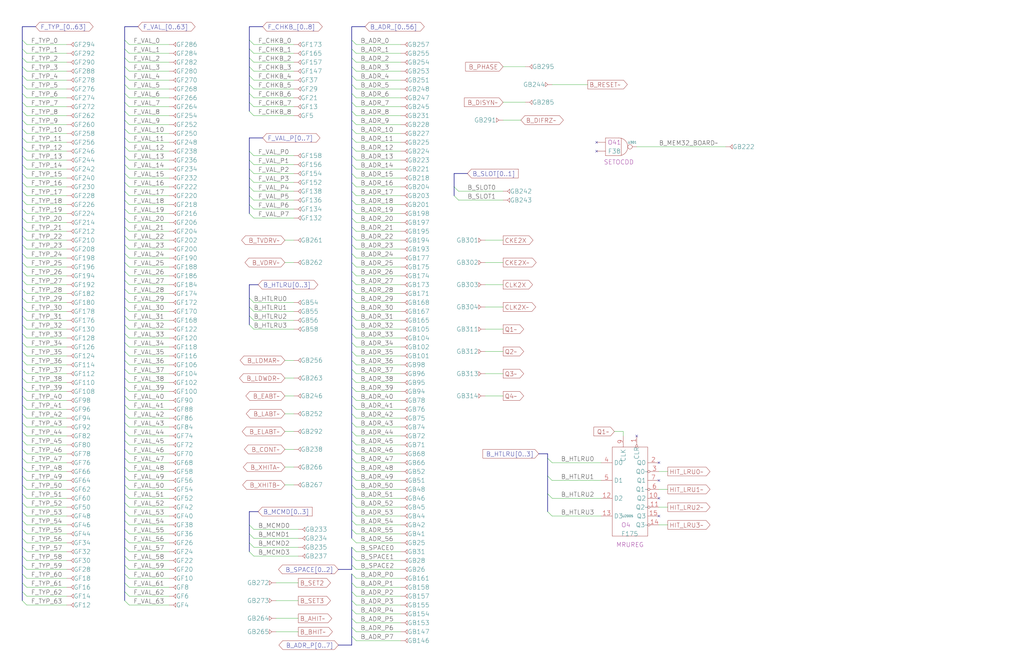
<source format=kicad_sch>
(kicad_sch (version 20230121) (generator eeschema)
  (paper "User" 584.2 378.46)
  (title_block (title "BACKPLANE CONNECTIONS\\nFRONTPLANE CONNECTIONS\\nBYPASS CAPACITORS") (date "08-MAR-90") (rev "0.0") (comment 1 "MEM32 BOARD") (comment 2 "232-003066") (comment 3 "S400") (comment 4 "RELEASED"))
  (no_connect (at 340.36 81.28))
  (no_connect (at 375.92 284.48))
  (no_connect (at 375.92 274.32))
  (no_connect (at 363.22 248.92))
  (no_connect (at 340.36 86.36))
  (no_connect (at 375.92 264.16))
  (no_connect (at 375.92 294.64))
  (bus_entry (at 12.7 129.54) (size 2.54 2.54))
  (bus_entry (at 142.24 185.42) (size 2.54 2.54))
  (bus_entry (at 200.66 33.02) (size 2.54 2.54))
  (bus_entry (at 71.12 256.54) (size 2.54 2.54))
  (bus_entry (at 200.66 307.34) (size 2.54 2.54))
  (bus_entry (at 200.66 200.66) (size 2.54 2.54))
  (bus_entry (at 12.7 287.02) (size 2.54 2.54))
  (bus_entry (at 71.12 327.66) (size 2.54 2.54))
  (bus_entry (at 12.7 327.66) (size 2.54 2.54))
  (bus_entry (at 312.42 261.62) (size 2.54 2.54))
  (bus_entry (at 12.7 149.86) (size 2.54 2.54))
  (bus_entry (at 71.12 63.5) (size 2.54 2.54))
  (bus_entry (at 200.66 63.5) (size 2.54 2.54))
  (bus_entry (at 12.7 88.9) (size 2.54 2.54))
  (bus_entry (at 200.66 251.46) (size 2.54 2.54))
  (bus_entry (at 71.12 134.62) (size 2.54 2.54))
  (bus_entry (at 12.7 281.94) (size 2.54 2.54))
  (bus_entry (at 71.12 210.82) (size 2.54 2.54))
  (bus_entry (at 12.7 104.14) (size 2.54 2.54))
  (bus_entry (at 200.66 170.18) (size 2.54 2.54))
  (bus_entry (at 200.66 271.78) (size 2.54 2.54))
  (bus_entry (at 12.7 241.3) (size 2.54 2.54))
  (bus_entry (at 12.7 99.06) (size 2.54 2.54))
  (bus_entry (at 71.12 261.62) (size 2.54 2.54))
  (bus_entry (at 12.7 231.14) (size 2.54 2.54))
  (bus_entry (at 12.7 297.18) (size 2.54 2.54))
  (bus_entry (at 200.66 195.58) (size 2.54 2.54))
  (bus_entry (at 71.12 332.74) (size 2.54 2.54))
  (bus_entry (at 200.66 185.42) (size 2.54 2.54))
  (bus_entry (at 200.66 134.62) (size 2.54 2.54))
  (bus_entry (at 71.12 276.86) (size 2.54 2.54))
  (bus_entry (at 12.7 220.98) (size 2.54 2.54))
  (bus_entry (at 71.12 22.86) (size 2.54 2.54))
  (bus_entry (at 200.66 104.14) (size 2.54 2.54))
  (bus_entry (at 200.66 175.26) (size 2.54 2.54))
  (bus_entry (at 71.12 185.42) (size 2.54 2.54))
  (bus_entry (at 12.7 246.38) (size 2.54 2.54))
  (bus_entry (at 12.7 144.78) (size 2.54 2.54))
  (bus_entry (at 12.7 93.98) (size 2.54 2.54))
  (bus_entry (at 12.7 43.18) (size 2.54 2.54))
  (bus_entry (at 71.12 114.3) (size 2.54 2.54))
  (bus_entry (at 12.7 33.02) (size 2.54 2.54))
  (bus_entry (at 200.66 124.46) (size 2.54 2.54))
  (bus_entry (at 200.66 144.78) (size 2.54 2.54))
  (bus_entry (at 71.12 33.02) (size 2.54 2.54))
  (bus_entry (at 142.24 91.44) (size 2.54 2.54))
  (bus_entry (at 200.66 347.98) (size 2.54 2.54))
  (bus_entry (at 71.12 43.18) (size 2.54 2.54))
  (bus_entry (at 12.7 68.58) (size 2.54 2.54))
  (bus_entry (at 200.66 363.22) (size 2.54 2.54))
  (bus_entry (at 200.66 83.82) (size 2.54 2.54))
  (bus_entry (at 200.66 353.06) (size 2.54 2.54))
  (bus_entry (at 71.12 317.5) (size 2.54 2.54))
  (bus_entry (at 12.7 160.02) (size 2.54 2.54))
  (bus_entry (at 142.24 121.92) (size 2.54 2.54))
  (bus_entry (at 12.7 170.18) (size 2.54 2.54))
  (bus_entry (at 12.7 78.74) (size 2.54 2.54))
  (bus_entry (at 12.7 276.86) (size 2.54 2.54))
  (bus_entry (at 142.24 116.84) (size 2.54 2.54))
  (bus_entry (at 200.66 119.38) (size 2.54 2.54))
  (bus_entry (at 200.66 129.54) (size 2.54 2.54))
  (bus_entry (at 200.66 58.42) (size 2.54 2.54))
  (bus_entry (at 142.24 96.52) (size 2.54 2.54))
  (bus_entry (at 71.12 78.74) (size 2.54 2.54))
  (bus_entry (at 200.66 190.5) (size 2.54 2.54))
  (bus_entry (at 200.66 210.82) (size 2.54 2.54))
  (bus_entry (at 200.66 241.3) (size 2.54 2.54))
  (bus_entry (at 200.66 312.42) (size 2.54 2.54))
  (bus_entry (at 200.66 220.98) (size 2.54 2.54))
  (bus_entry (at 142.24 86.36) (size 2.54 2.54))
  (bus_entry (at 71.12 149.86) (size 2.54 2.54))
  (bus_entry (at 200.66 68.58) (size 2.54 2.54))
  (bus_entry (at 142.24 111.76) (size 2.54 2.54))
  (bus_entry (at 71.12 205.74) (size 2.54 2.54))
  (bus_entry (at 12.7 256.54) (size 2.54 2.54))
  (bus_entry (at 71.12 287.02) (size 2.54 2.54))
  (bus_entry (at 200.66 109.22) (size 2.54 2.54))
  (bus_entry (at 12.7 271.78) (size 2.54 2.54))
  (bus_entry (at 200.66 317.5) (size 2.54 2.54))
  (bus_entry (at 71.12 266.7) (size 2.54 2.54))
  (bus_entry (at 12.7 154.94) (size 2.54 2.54))
  (bus_entry (at 259.08 106.68) (size 2.54 2.54))
  (bus_entry (at 71.12 68.58) (size 2.54 2.54))
  (bus_entry (at 71.12 109.22) (size 2.54 2.54))
  (bus_entry (at 200.66 53.34) (size 2.54 2.54))
  (bus_entry (at 12.7 251.46) (size 2.54 2.54))
  (bus_entry (at 12.7 109.22) (size 2.54 2.54))
  (bus_entry (at 200.66 160.02) (size 2.54 2.54))
  (bus_entry (at 200.66 266.7) (size 2.54 2.54))
  (bus_entry (at 71.12 124.46) (size 2.54 2.54))
  (bus_entry (at 200.66 337.82) (size 2.54 2.54))
  (bus_entry (at 142.24 106.68) (size 2.54 2.54))
  (bus_entry (at 12.7 317.5) (size 2.54 2.54))
  (bus_entry (at 142.24 58.42) (size 2.54 2.54))
  (bus_entry (at 12.7 175.26) (size 2.54 2.54))
  (bus_entry (at 71.12 99.06) (size 2.54 2.54))
  (bus_entry (at 71.12 241.3) (size 2.54 2.54))
  (bus_entry (at 200.66 99.06) (size 2.54 2.54))
  (bus_entry (at 12.7 63.5) (size 2.54 2.54))
  (bus_entry (at 12.7 205.74) (size 2.54 2.54))
  (bus_entry (at 12.7 236.22) (size 2.54 2.54))
  (bus_entry (at 71.12 175.26) (size 2.54 2.54))
  (bus_entry (at 71.12 322.58) (size 2.54 2.54))
  (bus_entry (at 200.66 231.14) (size 2.54 2.54))
  (bus_entry (at 71.12 160.02) (size 2.54 2.54))
  (bus_entry (at 142.24 309.88) (size 2.54 2.54))
  (bus_entry (at 71.12 302.26) (size 2.54 2.54))
  (bus_entry (at 71.12 190.5) (size 2.54 2.54))
  (bus_entry (at 71.12 246.38) (size 2.54 2.54))
  (bus_entry (at 12.7 332.74) (size 2.54 2.54))
  (bus_entry (at 71.12 231.14) (size 2.54 2.54))
  (bus_entry (at 200.66 215.9) (size 2.54 2.54))
  (bus_entry (at 142.24 175.26) (size 2.54 2.54))
  (bus_entry (at 71.12 342.9) (size 2.54 2.54))
  (bus_entry (at 71.12 226.06) (size 2.54 2.54))
  (bus_entry (at 12.7 53.34) (size 2.54 2.54))
  (bus_entry (at 200.66 226.06) (size 2.54 2.54))
  (bus_entry (at 71.12 73.66) (size 2.54 2.54))
  (bus_entry (at 142.24 38.1) (size 2.54 2.54))
  (bus_entry (at 200.66 38.1) (size 2.54 2.54))
  (bus_entry (at 200.66 43.18) (size 2.54 2.54))
  (bus_entry (at 71.12 292.1) (size 2.54 2.54))
  (bus_entry (at 12.7 292.1) (size 2.54 2.54))
  (bus_entry (at 200.66 322.58) (size 2.54 2.54))
  (bus_entry (at 71.12 200.66) (size 2.54 2.54))
  (bus_entry (at 200.66 327.66) (size 2.54 2.54))
  (bus_entry (at 200.66 22.86) (size 2.54 2.54))
  (bus_entry (at 200.66 332.74) (size 2.54 2.54))
  (bus_entry (at 12.7 124.46) (size 2.54 2.54))
  (bus_entry (at 200.66 342.9) (size 2.54 2.54))
  (bus_entry (at 200.66 205.74) (size 2.54 2.54))
  (bus_entry (at 312.42 292.1) (size 2.54 2.54))
  (bus_entry (at 12.7 139.7) (size 2.54 2.54))
  (bus_entry (at 259.08 111.76) (size 2.54 2.54))
  (bus_entry (at 12.7 165.1) (size 2.54 2.54))
  (bus_entry (at 71.12 58.42) (size 2.54 2.54))
  (bus_entry (at 71.12 180.34) (size 2.54 2.54))
  (bus_entry (at 200.66 165.1) (size 2.54 2.54))
  (bus_entry (at 12.7 190.5) (size 2.54 2.54))
  (bus_entry (at 142.24 48.26) (size 2.54 2.54))
  (bus_entry (at 142.24 43.18) (size 2.54 2.54))
  (bus_entry (at 142.24 63.5) (size 2.54 2.54))
  (bus_entry (at 71.12 251.46) (size 2.54 2.54))
  (bus_entry (at 12.7 58.42) (size 2.54 2.54))
  (bus_entry (at 142.24 299.72) (size 2.54 2.54))
  (bus_entry (at 12.7 307.34) (size 2.54 2.54))
  (bus_entry (at 12.7 337.82) (size 2.54 2.54))
  (bus_entry (at 142.24 33.02) (size 2.54 2.54))
  (bus_entry (at 200.66 276.86) (size 2.54 2.54))
  (bus_entry (at 12.7 119.38) (size 2.54 2.54))
  (bus_entry (at 200.66 287.02) (size 2.54 2.54))
  (bus_entry (at 12.7 73.66) (size 2.54 2.54))
  (bus_entry (at 12.7 27.94) (size 2.54 2.54))
  (bus_entry (at 142.24 101.6) (size 2.54 2.54))
  (bus_entry (at 200.66 78.74) (size 2.54 2.54))
  (bus_entry (at 71.12 165.1) (size 2.54 2.54))
  (bus_entry (at 71.12 93.98) (size 2.54 2.54))
  (bus_entry (at 12.7 266.7) (size 2.54 2.54))
  (bus_entry (at 200.66 292.1) (size 2.54 2.54))
  (bus_entry (at 200.66 281.94) (size 2.54 2.54))
  (bus_entry (at 12.7 322.58) (size 2.54 2.54))
  (bus_entry (at 71.12 83.82) (size 2.54 2.54))
  (bus_entry (at 200.66 256.54) (size 2.54 2.54))
  (bus_entry (at 200.66 297.18) (size 2.54 2.54))
  (bus_entry (at 142.24 314.96) (size 2.54 2.54))
  (bus_entry (at 200.66 114.3) (size 2.54 2.54))
  (bus_entry (at 71.12 281.94) (size 2.54 2.54))
  (bus_entry (at 71.12 129.54) (size 2.54 2.54))
  (bus_entry (at 12.7 215.9) (size 2.54 2.54))
  (bus_entry (at 12.7 226.06) (size 2.54 2.54))
  (bus_entry (at 200.66 93.98) (size 2.54 2.54))
  (bus_entry (at 71.12 88.9) (size 2.54 2.54))
  (bus_entry (at 200.66 88.9) (size 2.54 2.54))
  (bus_entry (at 200.66 180.34) (size 2.54 2.54))
  (bus_entry (at 71.12 119.38) (size 2.54 2.54))
  (bus_entry (at 71.12 307.34) (size 2.54 2.54))
  (bus_entry (at 71.12 215.9) (size 2.54 2.54))
  (bus_entry (at 12.7 134.62) (size 2.54 2.54))
  (bus_entry (at 142.24 22.86) (size 2.54 2.54))
  (bus_entry (at 71.12 195.58) (size 2.54 2.54))
  (bus_entry (at 71.12 53.34) (size 2.54 2.54))
  (bus_entry (at 312.42 271.78) (size 2.54 2.54))
  (bus_entry (at 12.7 38.1) (size 2.54 2.54))
  (bus_entry (at 12.7 83.82) (size 2.54 2.54))
  (bus_entry (at 71.12 154.94) (size 2.54 2.54))
  (bus_entry (at 200.66 154.94) (size 2.54 2.54))
  (bus_entry (at 71.12 297.18) (size 2.54 2.54))
  (bus_entry (at 12.7 200.66) (size 2.54 2.54))
  (bus_entry (at 71.12 38.1) (size 2.54 2.54))
  (bus_entry (at 200.66 261.62) (size 2.54 2.54))
  (bus_entry (at 142.24 27.94) (size 2.54 2.54))
  (bus_entry (at 200.66 358.14) (size 2.54 2.54))
  (bus_entry (at 71.12 27.94) (size 2.54 2.54))
  (bus_entry (at 12.7 185.42) (size 2.54 2.54))
  (bus_entry (at 200.66 236.22) (size 2.54 2.54))
  (bus_entry (at 71.12 144.78) (size 2.54 2.54))
  (bus_entry (at 12.7 48.26) (size 2.54 2.54))
  (bus_entry (at 142.24 170.18) (size 2.54 2.54))
  (bus_entry (at 200.66 149.86) (size 2.54 2.54))
  (bus_entry (at 200.66 139.7) (size 2.54 2.54))
  (bus_entry (at 142.24 180.34) (size 2.54 2.54))
  (bus_entry (at 71.12 139.7) (size 2.54 2.54))
  (bus_entry (at 71.12 170.18) (size 2.54 2.54))
  (bus_entry (at 71.12 220.98) (size 2.54 2.54))
  (bus_entry (at 200.66 73.66) (size 2.54 2.54))
  (bus_entry (at 12.7 210.82) (size 2.54 2.54))
  (bus_entry (at 71.12 48.26) (size 2.54 2.54))
  (bus_entry (at 200.66 302.26) (size 2.54 2.54))
  (bus_entry (at 71.12 337.82) (size 2.54 2.54))
  (bus_entry (at 12.7 342.9) (size 2.54 2.54))
  (bus_entry (at 12.7 312.42) (size 2.54 2.54))
  (bus_entry (at 12.7 22.86) (size 2.54 2.54))
  (bus_entry (at 12.7 180.34) (size 2.54 2.54))
  (bus_entry (at 71.12 104.14) (size 2.54 2.54))
  (bus_entry (at 12.7 302.26) (size 2.54 2.54))
  (bus_entry (at 142.24 53.34) (size 2.54 2.54))
  (bus_entry (at 200.66 246.38) (size 2.54 2.54))
  (bus_entry (at 12.7 261.62) (size 2.54 2.54))
  (bus_entry (at 71.12 271.78) (size 2.54 2.54))
  (bus_entry (at 71.12 236.22) (size 2.54 2.54))
  (bus_entry (at 71.12 312.42) (size 2.54 2.54))
  (bus_entry (at 142.24 304.8) (size 2.54 2.54))
  (bus_entry (at 12.7 114.3) (size 2.54 2.54))
  (bus_entry (at 200.66 27.94) (size 2.54 2.54))
  (bus_entry (at 200.66 48.26) (size 2.54 2.54))
  (bus_entry (at 12.7 195.58) (size 2.54 2.54))
  (bus_entry (at 312.42 281.94) (size 2.54 2.54))
  (wire (pts (xy 203.2 309.88) (xy 228.6 309.88)))
  (wire (pts (xy 15.24 40.64) (xy 38.1 40.64)))
  (bus (pts (xy 71.12 68.58) (xy 71.12 73.66)))
  (wire (pts (xy 203.2 274.32) (xy 228.6 274.32)))
  (bus (pts (xy 12.7 215.9) (xy 12.7 220.98)))
  (bus (pts (xy 12.7 53.34) (xy 12.7 58.42)))
  (wire (pts (xy 203.2 284.48) (xy 228.6 284.48)))
  (wire (pts (xy 15.24 233.68) (xy 38.1 233.68)))
  (wire (pts (xy 15.24 45.72) (xy 38.1 45.72)))
  (wire (pts (xy 276.86 149.86) (xy 287.02 149.86)))
  (wire (pts (xy 276.86 162.56) (xy 287.02 162.56)))
  (bus (pts (xy 193.04 368.3) (xy 200.66 368.3)))
  (bus (pts (xy 200.66 332.74) (xy 200.66 337.82)))
  (wire (pts (xy 15.24 60.96) (xy 38.1 60.96)))
  (bus (pts (xy 71.12 119.38) (xy 71.12 124.46)))
  (bus (pts (xy 12.7 332.74) (xy 12.7 337.82)))
  (bus (pts (xy 200.66 83.82) (xy 200.66 88.9)))
  (wire (pts (xy 73.66 152.4) (xy 96.52 152.4)))
  (wire (pts (xy 314.96 294.64) (xy 342.9 294.64)))
  (wire (pts (xy 375.92 299.72) (xy 381 299.72)))
  (bus (pts (xy 71.12 261.62) (xy 71.12 266.7)))
  (bus (pts (xy 71.12 124.46) (xy 71.12 129.54)))
  (wire (pts (xy 73.66 243.84) (xy 96.52 243.84)))
  (bus (pts (xy 200.66 53.34) (xy 200.66 58.42)))
  (bus (pts (xy 259.08 99.06) (xy 259.08 106.68)))
  (wire (pts (xy 15.24 335.28) (xy 38.1 335.28)))
  (wire (pts (xy 73.66 106.68) (xy 96.52 106.68)))
  (wire (pts (xy 73.66 274.32) (xy 96.52 274.32)))
  (bus (pts (xy 142.24 78.74) (xy 142.24 86.36)))
  (wire (pts (xy 203.2 279.4) (xy 228.6 279.4)))
  (wire (pts (xy 15.24 314.96) (xy 38.1 314.96)))
  (wire (pts (xy 157.48 360.68) (xy 170.18 360.68)))
  (bus (pts (xy 12.7 27.94) (xy 12.7 33.02)))
  (bus (pts (xy 71.12 129.54) (xy 71.12 134.62)))
  (wire (pts (xy 203.2 213.36) (xy 228.6 213.36)))
  (wire (pts (xy 203.2 132.08) (xy 228.6 132.08)))
  (bus (pts (xy 12.7 292.1) (xy 12.7 297.18)))
  (wire (pts (xy 162.56 137.16) (xy 167.64 137.16)))
  (bus (pts (xy 71.12 114.3) (xy 71.12 119.38)))
  (bus (pts (xy 200.66 327.66) (xy 200.66 332.74)))
  (bus (pts (xy 12.7 307.34) (xy 12.7 312.42)))
  (wire (pts (xy 73.66 121.92) (xy 96.52 121.92)))
  (bus (pts (xy 71.12 195.58) (xy 71.12 200.66)))
  (bus (pts (xy 200.66 251.46) (xy 200.66 256.54)))
  (wire (pts (xy 15.24 228.6) (xy 38.1 228.6)))
  (wire (pts (xy 73.66 60.96) (xy 96.52 60.96)))
  (bus (pts (xy 71.12 246.38) (xy 71.12 251.46)))
  (bus (pts (xy 200.66 124.46) (xy 200.66 129.54)))
  (wire (pts (xy 203.2 198.12) (xy 228.6 198.12)))
  (bus (pts (xy 200.66 347.98) (xy 200.66 353.06)))
  (wire (pts (xy 73.66 198.12) (xy 96.52 198.12)))
  (wire (pts (xy 276.86 226.06) (xy 287.02 226.06)))
  (bus (pts (xy 142.24 116.84) (xy 142.24 121.92)))
  (bus (pts (xy 12.7 15.24) (xy 12.7 22.86)))
  (wire (pts (xy 73.66 325.12) (xy 96.52 325.12)))
  (bus (pts (xy 200.66 271.78) (xy 200.66 276.86)))
  (bus (pts (xy 71.12 281.94) (xy 71.12 287.02)))
  (wire (pts (xy 203.2 330.2) (xy 228.6 330.2)))
  (bus (pts (xy 71.12 231.14) (xy 71.12 236.22)))
  (bus (pts (xy 12.7 200.66) (xy 12.7 205.74)))
  (wire (pts (xy 73.66 177.8) (xy 96.52 177.8)))
  (wire (pts (xy 203.2 45.72) (xy 228.6 45.72)))
  (wire (pts (xy 203.2 304.8) (xy 228.6 304.8)))
  (wire (pts (xy 203.2 233.68) (xy 228.6 233.68)))
  (bus (pts (xy 71.12 307.34) (xy 71.12 312.42)))
  (bus (pts (xy 259.08 106.68) (xy 259.08 111.76)))
  (wire (pts (xy 203.2 142.24) (xy 228.6 142.24)))
  (wire (pts (xy 203.2 55.88) (xy 228.6 55.88)))
  (bus (pts (xy 200.66 38.1) (xy 200.66 43.18)))
  (bus (pts (xy 71.12 53.34) (xy 71.12 58.42)))
  (wire (pts (xy 15.24 132.08) (xy 38.1 132.08)))
  (bus (pts (xy 200.66 317.5) (xy 200.66 322.58)))
  (bus (pts (xy 12.7 241.3) (xy 12.7 246.38)))
  (wire (pts (xy 203.2 91.44) (xy 228.6 91.44)))
  (wire (pts (xy 15.24 254) (xy 38.1 254)))
  (wire (pts (xy 203.2 60.96) (xy 228.6 60.96)))
  (bus (pts (xy 12.7 63.5) (xy 12.7 68.58)))
  (bus (pts (xy 142.24 162.56) (xy 142.24 170.18)))
  (bus (pts (xy 142.24 111.76) (xy 142.24 116.84)))
  (wire (pts (xy 203.2 355.6) (xy 228.6 355.6)))
  (wire (pts (xy 157.48 353.06) (xy 170.18 353.06)))
  (bus (pts (xy 71.12 241.3) (xy 71.12 246.38)))
  (bus (pts (xy 12.7 246.38) (xy 12.7 251.46)))
  (wire (pts (xy 15.24 243.84) (xy 38.1 243.84)))
  (wire (pts (xy 73.66 254) (xy 96.52 254)))
  (bus (pts (xy 12.7 312.42) (xy 12.7 317.5)))
  (bus (pts (xy 12.7 139.7) (xy 12.7 144.78)))
  (bus (pts (xy 71.12 88.9) (xy 71.12 93.98)))
  (bus (pts (xy 12.7 317.5) (xy 12.7 322.58)))
  (wire (pts (xy 144.78 187.96) (xy 167.64 187.96)))
  (wire (pts (xy 73.66 289.56) (xy 96.52 289.56)))
  (bus (pts (xy 200.66 363.22) (xy 200.66 368.3)))
  (bus (pts (xy 200.66 180.34) (xy 200.66 185.42)))
  (wire (pts (xy 15.24 50.8) (xy 38.1 50.8)))
  (wire (pts (xy 144.78 93.98) (xy 167.64 93.98)))
  (bus (pts (xy 12.7 68.58) (xy 12.7 73.66)))
  (wire (pts (xy 144.78 45.72) (xy 167.64 45.72)))
  (wire (pts (xy 203.2 35.56) (xy 228.6 35.56)))
  (bus (pts (xy 12.7 15.24) (xy 20.32 15.24)))
  (wire (pts (xy 73.66 269.24) (xy 96.52 269.24)))
  (bus (pts (xy 200.66 175.26) (xy 200.66 180.34)))
  (wire (pts (xy 375.92 269.24) (xy 381 269.24)))
  (wire (pts (xy 15.24 193.04) (xy 38.1 193.04)))
  (wire (pts (xy 375.92 279.4) (xy 381 279.4)))
  (wire (pts (xy 15.24 81.28) (xy 38.1 81.28)))
  (bus (pts (xy 200.66 246.38) (xy 200.66 251.46)))
  (bus (pts (xy 71.12 236.22) (xy 71.12 241.3)))
  (bus (pts (xy 71.12 226.06) (xy 71.12 231.14)))
  (bus (pts (xy 200.66 261.62) (xy 200.66 266.7)))
  (wire (pts (xy 73.66 86.36) (xy 96.52 86.36)))
  (bus (pts (xy 312.42 271.78) (xy 312.42 281.94)))
  (wire (pts (xy 15.24 203.2) (xy 38.1 203.2)))
  (bus (pts (xy 142.24 292.1) (xy 147.32 292.1)))
  (wire (pts (xy 287.02 58.42) (xy 299.72 58.42)))
  (wire (pts (xy 15.24 25.4) (xy 38.1 25.4)))
  (bus (pts (xy 200.66 220.98) (xy 200.66 226.06)))
  (bus (pts (xy 12.7 231.14) (xy 12.7 236.22)))
  (bus (pts (xy 12.7 322.58) (xy 12.7 327.66)))
  (wire (pts (xy 157.48 332.74) (xy 170.18 332.74)))
  (bus (pts (xy 71.12 180.34) (xy 71.12 185.42)))
  (bus (pts (xy 142.24 78.74) (xy 149.86 78.74)))
  (bus (pts (xy 142.24 309.88) (xy 142.24 314.96)))
  (wire (pts (xy 15.24 309.88) (xy 38.1 309.88)))
  (bus (pts (xy 71.12 160.02) (xy 71.12 165.1)))
  (bus (pts (xy 200.66 15.24) (xy 208.28 15.24)))
  (wire (pts (xy 73.66 213.36) (xy 96.52 213.36)))
  (wire (pts (xy 15.24 248.92) (xy 38.1 248.92)))
  (wire (pts (xy 73.66 162.56) (xy 96.52 162.56)))
  (bus (pts (xy 200.66 160.02) (xy 200.66 165.1)))
  (wire (pts (xy 73.66 96.52) (xy 96.52 96.52)))
  (bus (pts (xy 200.66 353.06) (xy 200.66 358.14)))
  (bus (pts (xy 312.42 261.62) (xy 312.42 271.78)))
  (bus (pts (xy 71.12 256.54) (xy 71.12 261.62)))
  (bus (pts (xy 12.7 22.86) (xy 12.7 27.94)))
  (bus (pts (xy 312.42 261.62) (xy 312.42 259.08)))
  (bus (pts (xy 200.66 358.14) (xy 200.66 363.22)))
  (bus (pts (xy 12.7 38.1) (xy 12.7 43.18)))
  (bus (pts (xy 71.12 165.1) (xy 71.12 170.18)))
  (bus (pts (xy 71.12 271.78) (xy 71.12 276.86)))
  (wire (pts (xy 203.2 96.52) (xy 228.6 96.52)))
  (wire (pts (xy 144.78 124.46) (xy 167.64 124.46)))
  (wire (pts (xy 314.96 274.32) (xy 342.9 274.32)))
  (wire (pts (xy 15.24 152.4) (xy 38.1 152.4)))
  (wire (pts (xy 162.56 205.74) (xy 167.64 205.74)))
  (wire (pts (xy 15.24 264.16) (xy 38.1 264.16)))
  (wire (pts (xy 144.78 109.22) (xy 167.64 109.22)))
  (bus (pts (xy 71.12 292.1) (xy 71.12 297.18)))
  (wire (pts (xy 73.66 238.76) (xy 96.52 238.76)))
  (wire (pts (xy 287.02 38.1) (xy 299.72 38.1)))
  (bus (pts (xy 12.7 185.42) (xy 12.7 190.5)))
  (bus (pts (xy 200.66 68.58) (xy 200.66 73.66)))
  (wire (pts (xy 314.96 48.26) (xy 335.28 48.26)))
  (wire (pts (xy 15.24 208.28) (xy 38.1 208.28)))
  (bus (pts (xy 12.7 180.34) (xy 12.7 185.42)))
  (wire (pts (xy 203.2 172.72) (xy 228.6 172.72)))
  (wire (pts (xy 15.24 274.32) (xy 38.1 274.32)))
  (wire (pts (xy 203.2 111.76) (xy 228.6 111.76)))
  (bus (pts (xy 71.12 337.82) (xy 71.12 342.9)))
  (wire (pts (xy 203.2 238.76) (xy 228.6 238.76)))
  (wire (pts (xy 73.66 81.28) (xy 96.52 81.28)))
  (bus (pts (xy 142.24 170.18) (xy 142.24 175.26)))
  (wire (pts (xy 73.66 132.08) (xy 96.52 132.08)))
  (wire (pts (xy 355.6 246.38) (xy 355.6 248.92)))
  (wire (pts (xy 203.2 254) (xy 228.6 254)))
  (bus (pts (xy 142.24 38.1) (xy 142.24 43.18)))
  (wire (pts (xy 15.24 325.12) (xy 38.1 325.12)))
  (bus (pts (xy 71.12 210.82) (xy 71.12 215.9)))
  (wire (pts (xy 15.24 340.36) (xy 38.1 340.36)))
  (wire (pts (xy 15.24 121.92) (xy 38.1 121.92)))
  (wire (pts (xy 15.24 289.56) (xy 38.1 289.56)))
  (bus (pts (xy 200.66 226.06) (xy 200.66 231.14)))
  (wire (pts (xy 73.66 309.88) (xy 96.52 309.88)))
  (wire (pts (xy 276.86 175.26) (xy 287.02 175.26)))
  (wire (pts (xy 203.2 294.64) (xy 228.6 294.64)))
  (wire (pts (xy 203.2 71.12) (xy 228.6 71.12)))
  (wire (pts (xy 203.2 157.48) (xy 228.6 157.48)))
  (wire (pts (xy 203.2 106.68) (xy 228.6 106.68)))
  (bus (pts (xy 71.12 200.66) (xy 71.12 205.74)))
  (wire (pts (xy 162.56 276.86) (xy 167.64 276.86)))
  (wire (pts (xy 15.24 167.64) (xy 38.1 167.64)))
  (wire (pts (xy 203.2 25.4) (xy 228.6 25.4)))
  (bus (pts (xy 142.24 304.8) (xy 142.24 309.88)))
  (bus (pts (xy 200.66 281.94) (xy 200.66 287.02)))
  (wire (pts (xy 15.24 101.6) (xy 38.1 101.6)))
  (wire (pts (xy 73.66 35.56) (xy 96.52 35.56)))
  (wire (pts (xy 15.24 91.44) (xy 38.1 91.44)))
  (wire (pts (xy 276.86 187.96) (xy 287.02 187.96)))
  (bus (pts (xy 12.7 99.06) (xy 12.7 104.14)))
  (bus (pts (xy 71.12 58.42) (xy 71.12 63.5)))
  (bus (pts (xy 200.66 337.82) (xy 200.66 342.9)))
  (wire (pts (xy 15.24 304.8) (xy 38.1 304.8)))
  (bus (pts (xy 200.66 292.1) (xy 200.66 297.18)))
  (wire (pts (xy 73.66 172.72) (xy 96.52 172.72)))
  (bus (pts (xy 71.12 139.7) (xy 71.12 144.78)))
  (wire (pts (xy 162.56 215.9) (xy 167.64 215.9)))
  (wire (pts (xy 203.2 325.12) (xy 228.6 325.12)))
  (wire (pts (xy 15.24 182.88) (xy 38.1 182.88)))
  (wire (pts (xy 203.2 66.04) (xy 228.6 66.04)))
  (wire (pts (xy 15.24 345.44) (xy 38.1 345.44)))
  (wire (pts (xy 73.66 294.64) (xy 96.52 294.64)))
  (wire (pts (xy 15.24 137.16) (xy 38.1 137.16)))
  (bus (pts (xy 12.7 160.02) (xy 12.7 165.1)))
  (bus (pts (xy 200.66 149.86) (xy 200.66 154.94)))
  (wire (pts (xy 203.2 147.32) (xy 228.6 147.32)))
  (wire (pts (xy 203.2 137.16) (xy 228.6 137.16)))
  (wire (pts (xy 73.66 203.2) (xy 96.52 203.2)))
  (bus (pts (xy 200.66 322.58) (xy 200.66 325.12)))
  (wire (pts (xy 203.2 40.64) (xy 228.6 40.64)))
  (wire (pts (xy 144.78 88.9) (xy 167.64 88.9)))
  (bus (pts (xy 71.12 312.42) (xy 71.12 317.5)))
  (bus (pts (xy 12.7 220.98) (xy 12.7 226.06)))
  (wire (pts (xy 15.24 284.48) (xy 38.1 284.48)))
  (wire (pts (xy 287.02 68.58) (xy 297.18 68.58)))
  (bus (pts (xy 142.24 15.24) (xy 149.86 15.24)))
  (bus (pts (xy 200.66 144.78) (xy 200.66 149.86)))
  (bus (pts (xy 142.24 175.26) (xy 142.24 180.34)))
  (bus (pts (xy 200.66 205.74) (xy 200.66 210.82)))
  (bus (pts (xy 200.66 88.9) (xy 200.66 93.98)))
  (bus (pts (xy 200.66 276.86) (xy 200.66 281.94)))
  (wire (pts (xy 15.24 86.36) (xy 38.1 86.36)))
  (bus (pts (xy 200.66 210.82) (xy 200.66 215.9)))
  (wire (pts (xy 15.24 106.68) (xy 38.1 106.68)))
  (bus (pts (xy 12.7 83.82) (xy 12.7 88.9)))
  (bus (pts (xy 142.24 292.1) (xy 142.24 299.72)))
  (bus (pts (xy 12.7 129.54) (xy 12.7 134.62)))
  (bus (pts (xy 12.7 73.66) (xy 12.7 78.74)))
  (bus (pts (xy 12.7 134.62) (xy 12.7 139.7)))
  (wire (pts (xy 15.24 213.36) (xy 38.1 213.36)))
  (wire (pts (xy 144.78 177.8) (xy 167.64 177.8)))
  (bus (pts (xy 200.66 15.24) (xy 200.66 22.86)))
  (wire (pts (xy 15.24 279.4) (xy 38.1 279.4)))
  (bus (pts (xy 200.66 134.62) (xy 200.66 139.7)))
  (bus (pts (xy 142.24 58.42) (xy 142.24 63.5)))
  (wire (pts (xy 203.2 299.72) (xy 228.6 299.72)))
  (wire (pts (xy 73.66 116.84) (xy 96.52 116.84)))
  (bus (pts (xy 71.12 22.86) (xy 71.12 27.94)))
  (bus (pts (xy 142.24 96.52) (xy 142.24 101.6)))
  (wire (pts (xy 73.66 55.88) (xy 96.52 55.88)))
  (wire (pts (xy 203.2 187.96) (xy 228.6 187.96)))
  (wire (pts (xy 73.66 264.16) (xy 96.52 264.16)))
  (wire (pts (xy 73.66 147.32) (xy 96.52 147.32)))
  (wire (pts (xy 73.66 187.96) (xy 96.52 187.96)))
  (bus (pts (xy 312.42 259.08) (xy 307.34 259.08)))
  (bus (pts (xy 12.7 170.18) (xy 12.7 175.26)))
  (wire (pts (xy 73.66 137.16) (xy 96.52 137.16)))
  (bus (pts (xy 142.24 162.56) (xy 147.32 162.56)))
  (bus (pts (xy 71.12 322.58) (xy 71.12 327.66)))
  (bus (pts (xy 200.66 58.42) (xy 200.66 63.5)))
  (wire (pts (xy 15.24 71.12) (xy 38.1 71.12)))
  (bus (pts (xy 71.12 327.66) (xy 71.12 332.74)))
  (wire (pts (xy 73.66 284.48) (xy 96.52 284.48)))
  (bus (pts (xy 12.7 195.58) (xy 12.7 200.66)))
  (bus (pts (xy 142.24 106.68) (xy 142.24 111.76)))
  (bus (pts (xy 200.66 266.7) (xy 200.66 271.78)))
  (bus (pts (xy 200.66 195.58) (xy 200.66 200.66)))
  (bus (pts (xy 71.12 302.26) (xy 71.12 307.34)))
  (bus (pts (xy 12.7 210.82) (xy 12.7 215.9)))
  (wire (pts (xy 144.78 40.64) (xy 167.64 40.64)))
  (bus (pts (xy 142.24 86.36) (xy 142.24 91.44)))
  (bus (pts (xy 200.66 43.18) (xy 200.66 48.26)))
  (bus (pts (xy 200.66 114.3) (xy 200.66 119.38)))
  (wire (pts (xy 73.66 76.2) (xy 96.52 76.2)))
  (bus (pts (xy 200.66 22.86) (xy 200.66 27.94)))
  (wire (pts (xy 144.78 55.88) (xy 167.64 55.88)))
  (bus (pts (xy 71.12 317.5) (xy 71.12 322.58)))
  (bus (pts (xy 12.7 266.7) (xy 12.7 271.78)))
  (wire (pts (xy 15.24 223.52) (xy 38.1 223.52)))
  (wire (pts (xy 203.2 127) (xy 228.6 127)))
  (bus (pts (xy 12.7 327.66) (xy 12.7 332.74)))
  (wire (pts (xy 144.78 302.26) (xy 170.18 302.26)))
  (wire (pts (xy 15.24 111.76) (xy 38.1 111.76)))
  (wire (pts (xy 144.78 50.8) (xy 167.64 50.8)))
  (bus (pts (xy 71.12 33.02) (xy 71.12 38.1)))
  (bus (pts (xy 200.66 256.54) (xy 200.66 261.62)))
  (wire (pts (xy 73.66 66.04) (xy 96.52 66.04)))
  (wire (pts (xy 203.2 350.52) (xy 228.6 350.52)))
  (wire (pts (xy 144.78 114.3) (xy 167.64 114.3)))
  (wire (pts (xy 203.2 50.8) (xy 228.6 50.8)))
  (bus (pts (xy 200.66 165.1) (xy 200.66 170.18)))
  (bus (pts (xy 12.7 302.26) (xy 12.7 307.34)))
  (wire (pts (xy 73.66 330.2) (xy 96.52 330.2)))
  (wire (pts (xy 15.24 66.04) (xy 38.1 66.04)))
  (wire (pts (xy 73.66 208.28) (xy 96.52 208.28)))
  (wire (pts (xy 203.2 76.2) (xy 228.6 76.2)))
  (wire (pts (xy 203.2 203.2) (xy 228.6 203.2)))
  (wire (pts (xy 73.66 314.96) (xy 96.52 314.96)))
  (wire (pts (xy 203.2 320.04) (xy 228.6 320.04)))
  (wire (pts (xy 144.78 119.38) (xy 167.64 119.38)))
  (wire (pts (xy 73.66 91.44) (xy 96.52 91.44)))
  (bus (pts (xy 71.12 134.62) (xy 71.12 139.7)))
  (bus (pts (xy 71.12 38.1) (xy 71.12 43.18)))
  (bus (pts (xy 142.24 180.34) (xy 142.24 185.42)))
  (wire (pts (xy 73.66 233.68) (xy 96.52 233.68)))
  (wire (pts (xy 162.56 236.22) (xy 167.64 236.22)))
  (wire (pts (xy 314.96 264.16) (xy 342.9 264.16)))
  (wire (pts (xy 73.66 182.88) (xy 96.52 182.88)))
  (bus (pts (xy 142.24 27.94) (xy 142.24 33.02)))
  (wire (pts (xy 15.24 157.48) (xy 38.1 157.48)))
  (wire (pts (xy 203.2 208.28) (xy 228.6 208.28)))
  (wire (pts (xy 144.78 307.34) (xy 170.18 307.34)))
  (wire (pts (xy 203.2 30.48) (xy 228.6 30.48)))
  (bus (pts (xy 71.12 220.98) (xy 71.12 226.06)))
  (bus (pts (xy 12.7 88.9) (xy 12.7 93.98)))
  (wire (pts (xy 73.66 320.04) (xy 96.52 320.04)))
  (bus (pts (xy 142.24 15.24) (xy 142.24 22.86)))
  (bus (pts (xy 200.66 342.9) (xy 200.66 347.98)))
  (wire (pts (xy 203.2 360.68) (xy 228.6 360.68)))
  (wire (pts (xy 314.96 284.48) (xy 342.9 284.48)))
  (wire (pts (xy 73.66 248.92) (xy 96.52 248.92)))
  (bus (pts (xy 200.66 109.22) (xy 200.66 114.3)))
  (wire (pts (xy 203.2 365.76) (xy 228.6 365.76)))
  (wire (pts (xy 144.78 30.48) (xy 167.64 30.48)))
  (wire (pts (xy 162.56 256.54) (xy 167.64 256.54)))
  (wire (pts (xy 203.2 177.8) (xy 228.6 177.8)))
  (bus (pts (xy 200.66 312.42) (xy 200.66 317.5)))
  (wire (pts (xy 203.2 121.92) (xy 228.6 121.92)))
  (wire (pts (xy 162.56 226.06) (xy 167.64 226.06)))
  (wire (pts (xy 15.24 96.52) (xy 38.1 96.52)))
  (wire (pts (xy 203.2 218.44) (xy 228.6 218.44)))
  (bus (pts (xy 12.7 205.74) (xy 12.7 210.82)))
  (bus (pts (xy 12.7 43.18) (xy 12.7 48.26)))
  (wire (pts (xy 73.66 40.64) (xy 96.52 40.64)))
  (wire (pts (xy 375.92 289.56) (xy 381 289.56)))
  (bus (pts (xy 312.42 281.94) (xy 312.42 292.1)))
  (wire (pts (xy 15.24 198.12) (xy 38.1 198.12)))
  (bus (pts (xy 71.12 104.14) (xy 71.12 109.22)))
  (bus (pts (xy 71.12 205.74) (xy 71.12 210.82)))
  (bus (pts (xy 71.12 266.7) (xy 71.12 271.78)))
  (bus (pts (xy 71.12 99.06) (xy 71.12 104.14)))
  (bus (pts (xy 71.12 15.24) (xy 78.74 15.24)))
  (wire (pts (xy 203.2 193.04) (xy 228.6 193.04)))
  (wire (pts (xy 203.2 259.08) (xy 228.6 259.08)))
  (bus (pts (xy 12.7 144.78) (xy 12.7 149.86)))
  (bus (pts (xy 200.66 215.9) (xy 200.66 220.98)))
  (bus (pts (xy 12.7 175.26) (xy 12.7 180.34)))
  (wire (pts (xy 203.2 81.28) (xy 228.6 81.28)))
  (bus (pts (xy 12.7 226.06) (xy 12.7 231.14)))
  (wire (pts (xy 15.24 162.56) (xy 38.1 162.56)))
  (wire (pts (xy 203.2 182.88) (xy 228.6 182.88)))
  (wire (pts (xy 73.66 71.12) (xy 96.52 71.12)))
  (wire (pts (xy 276.86 213.36) (xy 287.02 213.36)))
  (wire (pts (xy 203.2 228.6) (xy 228.6 228.6)))
  (wire (pts (xy 15.24 218.44) (xy 38.1 218.44)))
  (bus (pts (xy 12.7 337.82) (xy 12.7 342.9)))
  (bus (pts (xy 200.66 33.02) (xy 200.66 38.1)))
  (bus (pts (xy 12.7 256.54) (xy 12.7 261.62)))
  (wire (pts (xy 15.24 177.8) (xy 38.1 177.8)))
  (wire (pts (xy 203.2 162.56) (xy 228.6 162.56)))
  (wire (pts (xy 73.66 25.4) (xy 96.52 25.4)))
  (wire (pts (xy 73.66 279.4) (xy 96.52 279.4)))
  (wire (pts (xy 73.66 30.48) (xy 96.52 30.48)))
  (bus (pts (xy 200.66 231.14) (xy 200.66 236.22)))
  (bus (pts (xy 71.12 43.18) (xy 71.12 48.26)))
  (bus (pts (xy 200.66 297.18) (xy 200.66 302.26)))
  (bus (pts (xy 142.24 22.86) (xy 142.24 27.94)))
  (bus (pts (xy 12.7 236.22) (xy 12.7 241.3)))
  (bus (pts (xy 200.66 241.3) (xy 200.66 246.38)))
  (wire (pts (xy 144.78 104.14) (xy 167.64 104.14)))
  (wire (pts (xy 276.86 200.66) (xy 287.02 200.66)))
  (bus (pts (xy 71.12 48.26) (xy 71.12 53.34)))
  (bus (pts (xy 200.66 185.42) (xy 200.66 190.5)))
  (wire (pts (xy 73.66 101.6) (xy 96.52 101.6)))
  (wire (pts (xy 261.62 114.3) (xy 287.02 114.3)))
  (wire (pts (xy 261.62 109.22) (xy 287.02 109.22)))
  (wire (pts (xy 15.24 55.88) (xy 38.1 55.88)))
  (wire (pts (xy 203.2 248.92) (xy 228.6 248.92)))
  (wire (pts (xy 203.2 116.84) (xy 228.6 116.84)))
  (wire (pts (xy 73.66 111.76) (xy 96.52 111.76)))
  (wire (pts (xy 144.78 317.5) (xy 170.18 317.5)))
  (bus (pts (xy 71.12 215.9) (xy 71.12 220.98)))
  (bus (pts (xy 12.7 271.78) (xy 12.7 276.86)))
  (bus (pts (xy 12.7 261.62) (xy 12.7 266.7)))
  (bus (pts (xy 12.7 276.86) (xy 12.7 281.94)))
  (bus (pts (xy 200.66 236.22) (xy 200.66 241.3)))
  (wire (pts (xy 15.24 187.96) (xy 38.1 187.96)))
  (bus (pts (xy 200.66 200.66) (xy 200.66 205.74)))
  (wire (pts (xy 73.66 167.64) (xy 96.52 167.64)))
  (bus (pts (xy 12.7 78.74) (xy 12.7 83.82)))
  (bus (pts (xy 71.12 154.94) (xy 71.12 160.02)))
  (wire (pts (xy 203.2 269.24) (xy 228.6 269.24)))
  (wire (pts (xy 203.2 264.16) (xy 228.6 264.16)))
  (bus (pts (xy 71.12 149.86) (xy 71.12 154.94)))
  (bus (pts (xy 12.7 149.86) (xy 12.7 154.94)))
  (bus (pts (xy 12.7 114.3) (xy 12.7 119.38)))
  (bus (pts (xy 71.12 170.18) (xy 71.12 175.26)))
  (wire (pts (xy 350.52 246.38) (xy 355.6 246.38)))
  (wire (pts (xy 73.66 228.6) (xy 96.52 228.6)))
  (wire (pts (xy 144.78 312.42) (xy 170.18 312.42)))
  (wire (pts (xy 203.2 101.6) (xy 228.6 101.6)))
  (bus (pts (xy 142.24 91.44) (xy 142.24 96.52)))
  (bus (pts (xy 12.7 190.5) (xy 12.7 195.58)))
  (bus (pts (xy 200.66 48.26) (xy 200.66 53.34)))
  (bus (pts (xy 200.66 190.5) (xy 200.66 195.58)))
  (wire (pts (xy 144.78 66.04) (xy 167.64 66.04)))
  (wire (pts (xy 203.2 340.36) (xy 228.6 340.36)))
  (bus (pts (xy 200.66 93.98) (xy 200.66 99.06)))
  (wire (pts (xy 73.66 157.48) (xy 96.52 157.48)))
  (wire (pts (xy 203.2 223.52) (xy 228.6 223.52)))
  (bus (pts (xy 142.24 53.34) (xy 142.24 58.42)))
  (bus (pts (xy 200.66 27.94) (xy 200.66 33.02)))
  (bus (pts (xy 142.24 48.26) (xy 142.24 53.34)))
  (wire (pts (xy 73.66 45.72) (xy 96.52 45.72)))
  (wire (pts (xy 73.66 218.44) (xy 96.52 218.44)))
  (wire (pts (xy 73.66 335.28) (xy 96.52 335.28)))
  (bus (pts (xy 12.7 33.02) (xy 12.7 38.1)))
  (bus (pts (xy 71.12 251.46) (xy 71.12 256.54)))
  (wire (pts (xy 144.78 25.4) (xy 167.64 25.4)))
  (bus (pts (xy 71.12 276.86) (xy 71.12 281.94)))
  (wire (pts (xy 15.24 35.56) (xy 38.1 35.56)))
  (bus (pts (xy 12.7 281.94) (xy 12.7 287.02)))
  (bus (pts (xy 71.12 185.42) (xy 71.12 190.5)))
  (bus (pts (xy 71.12 175.26) (xy 71.12 180.34)))
  (bus (pts (xy 71.12 63.5) (xy 71.12 68.58)))
  (bus (pts (xy 71.12 73.66) (xy 71.12 78.74)))
  (wire (pts (xy 162.56 266.7) (xy 167.64 266.7)))
  (bus (pts (xy 71.12 190.5) (xy 71.12 195.58)))
  (bus (pts (xy 12.7 48.26) (xy 12.7 53.34)))
  (wire (pts (xy 15.24 294.64) (xy 38.1 294.64)))
  (bus (pts (xy 142.24 33.02) (xy 142.24 38.1)))
  (bus (pts (xy 12.7 251.46) (xy 12.7 256.54)))
  (wire (pts (xy 73.66 340.36) (xy 96.52 340.36)))
  (bus (pts (xy 71.12 287.02) (xy 71.12 292.1)))
  (wire (pts (xy 15.24 116.84) (xy 38.1 116.84)))
  (wire (pts (xy 73.66 345.44) (xy 96.52 345.44)))
  (wire (pts (xy 15.24 127) (xy 38.1 127)))
  (bus (pts (xy 12.7 104.14) (xy 12.7 109.22)))
  (wire (pts (xy 73.66 299.72) (xy 96.52 299.72)))
  (bus (pts (xy 142.24 43.18) (xy 142.24 48.26)))
  (bus (pts (xy 71.12 332.74) (xy 71.12 337.82)))
  (bus (pts (xy 12.7 165.1) (xy 12.7 170.18)))
  (wire (pts (xy 15.24 238.76) (xy 38.1 238.76)))
  (wire (pts (xy 15.24 147.32) (xy 38.1 147.32)))
  (wire (pts (xy 203.2 345.44) (xy 228.6 345.44)))
  (bus (pts (xy 193.04 325.12) (xy 200.66 325.12)))
  (wire (pts (xy 203.2 335.28) (xy 228.6 335.28)))
  (bus (pts (xy 12.7 287.02) (xy 12.7 292.1)))
  (bus (pts (xy 200.66 73.66) (xy 200.66 78.74)))
  (bus (pts (xy 71.12 144.78) (xy 71.12 149.86)))
  (wire (pts (xy 73.66 193.04) (xy 96.52 193.04)))
  (bus (pts (xy 200.66 119.38) (xy 200.66 124.46)))
  (bus (pts (xy 12.7 119.38) (xy 12.7 124.46)))
  (wire (pts (xy 276.86 137.16) (xy 287.02 137.16)))
  (wire (pts (xy 203.2 243.84) (xy 228.6 243.84)))
  (wire (pts (xy 203.2 167.64) (xy 228.6 167.64)))
  (wire (pts (xy 144.78 35.56) (xy 167.64 35.56)))
  (bus (pts (xy 142.24 299.72) (xy 142.24 304.8)))
  (bus (pts (xy 12.7 124.46) (xy 12.7 129.54)))
  (bus (pts (xy 12.7 297.18) (xy 12.7 302.26)))
  (wire (pts (xy 203.2 314.96) (xy 228.6 314.96)))
  (bus (pts (xy 200.66 99.06) (xy 200.66 104.14)))
  (wire (pts (xy 15.24 269.24) (xy 38.1 269.24)))
  (bus (pts (xy 12.7 154.94) (xy 12.7 160.02)))
  (bus (pts (xy 200.66 78.74) (xy 200.66 83.82)))
  (bus (pts (xy 71.12 109.22) (xy 71.12 114.3)))
  (wire (pts (xy 144.78 99.06) (xy 167.64 99.06)))
  (wire (pts (xy 15.24 142.24) (xy 38.1 142.24)))
  (wire (pts (xy 73.66 50.8) (xy 96.52 50.8)))
  (bus (pts (xy 200.66 287.02) (xy 200.66 292.1)))
  (wire (pts (xy 144.78 60.96) (xy 167.64 60.96)))
  (wire (pts (xy 203.2 289.56) (xy 228.6 289.56)))
  (wire (pts (xy 15.24 259.08) (xy 38.1 259.08)))
  (bus (pts (xy 200.66 154.94) (xy 200.66 160.02)))
  (wire (pts (xy 15.24 330.2) (xy 38.1 330.2)))
  (bus (pts (xy 12.7 109.22) (xy 12.7 114.3)))
  (wire (pts (xy 73.66 142.24) (xy 96.52 142.24)))
  (wire (pts (xy 162.56 149.86) (xy 167.64 149.86)))
  (wire (pts (xy 15.24 76.2) (xy 38.1 76.2)))
  (bus (pts (xy 71.12 78.74) (xy 71.12 83.82)))
  (bus (pts (xy 200.66 302.26) (xy 200.66 307.34)))
  (wire (pts (xy 144.78 172.72) (xy 167.64 172.72)))
  (wire (pts (xy 15.24 172.72) (xy 38.1 172.72)))
  (wire (pts (xy 73.66 223.52) (xy 96.52 223.52)))
  (wire (pts (xy 15.24 320.04) (xy 38.1 320.04)))
  (wire (pts (xy 144.78 182.88) (xy 167.64 182.88)))
  (bus (pts (xy 200.66 139.7) (xy 200.66 144.78)))
  (bus (pts (xy 12.7 58.42) (xy 12.7 63.5)))
  (bus (pts (xy 71.12 83.82) (xy 71.12 88.9)))
  (bus (pts (xy 200.66 170.18) (xy 200.66 175.26)))
  (bus (pts (xy 200.66 104.14) (xy 200.66 109.22)))
  (wire (pts (xy 15.24 299.72) (xy 38.1 299.72)))
  (wire (pts (xy 73.66 304.8) (xy 96.52 304.8)))
  (wire (pts (xy 203.2 152.4) (xy 228.6 152.4)))
  (bus (pts (xy 12.7 93.98) (xy 12.7 99.06)))
  (bus (pts (xy 142.24 101.6) (xy 142.24 106.68)))
  (wire (pts (xy 73.66 127) (xy 96.52 127)))
  (bus (pts (xy 259.08 99.06) (xy 266.7 99.06)))
  (wire (pts (xy 157.48 342.9) (xy 170.18 342.9)))
  (wire (pts (xy 73.66 259.08) (xy 96.52 259.08)))
  (bus (pts (xy 200.66 129.54) (xy 200.66 134.62)))
  (bus (pts (xy 200.66 63.5) (xy 200.66 68.58)))
  (wire (pts (xy 162.56 246.38) (xy 167.64 246.38)))
  (bus (pts (xy 71.12 27.94) (xy 71.12 33.02)))
  (bus (pts (xy 71.12 15.24) (xy 71.12 22.86)))
  (wire (pts (xy 203.2 86.36) (xy 228.6 86.36)))
  (bus (pts (xy 71.12 297.18) (xy 71.12 302.26)))
  (bus (pts (xy 71.12 93.98) (xy 71.12 99.06)))
  (wire (pts (xy 363.22 83.82) (xy 414.02 83.82)))
  (wire (pts (xy 15.24 30.48) (xy 38.1 30.48)))
  (label "F_VAL_2" (at 76.2 35.56 0) (effects (font (size 2.54 2.54))))
  (label "F_VAL_33" (at 76.2 193.04 0) (effects (font (size 2.54 2.54))))
  (label "F_TYP_45" (at 17.78 254 0) (effects (font (size 2.54 2.54))))
  (label "B_ADR_18" (at 205.74 116.84 0) (effects (font (size 2.54 2.54))))
  (label "F_VAL_48" (at 76.2 269.24 0) (effects (font (size 2.54 2.54))))
  (label "F_TYP_33" (at 17.78 193.04 0) (effects (font (size 2.54 2.54))))
  (label "F_VAL_13" (at 76.2 91.44 0) (effects (font (size 2.54 2.54))))
  (label "B_HTLRU3" (at 144.78 187.96 0) (effects (font (size 2.54 2.54))))
  (label "F_CHKB_2" (at 147.32 35.56 0) (effects (font (size 2.54 2.54))))
  (label "F_VAL_10" (at 76.2 76.2 0) (effects (font (size 2.54 2.54))))
  (label "B_SPACE2" (at 205.74 325.12 0) (effects (font (size 2.54 2.54))))
  (label "B_ADR_51" (at 205.74 284.48 0) (effects (font (size 2.54 2.54))))
  (label "B_MCMD1" (at 147.32 307.34 0) (effects (font (size 2.54 2.54))))
  (label "B_ADR_52" (at 205.74 289.56 0) (effects (font (size 2.54 2.54))))
  (label "F_TYP_43" (at 17.78 243.84 0) (effects (font (size 2.54 2.54))))
  (label "B_ADR_29" (at 205.74 172.72 0) (effects (font (size 2.54 2.54))))
  (label "F_CHKB_1" (at 147.32 30.48 0) (effects (font (size 2.54 2.54))))
  (label "F_TYP_16" (at 17.78 106.68 0) (effects (font (size 2.54 2.54))))
  (label "F_TYP_23" (at 17.78 142.24 0) (effects (font (size 2.54 2.54))))
  (label "F_VAL_23" (at 76.2 142.24 0) (effects (font (size 2.54 2.54))))
  (label "F_TYP_26" (at 17.78 157.48 0) (effects (font (size 2.54 2.54))))
  (label "F_TYP_28" (at 17.78 167.64 0) (effects (font (size 2.54 2.54))))
  (label "F_TYP_31" (at 17.78 182.88 0) (effects (font (size 2.54 2.54))))
  (label "F_TYP_10" (at 17.78 76.2 0) (effects (font (size 2.54 2.54))))
  (label "F_VAL_46" (at 76.2 259.08 0) (effects (font (size 2.54 2.54))))
  (label "F_TYP_62" (at 17.78 340.36 0) (effects (font (size 2.54 2.54))))
  (label "B_ADR_1" (at 205.74 30.48 0) (effects (font (size 2.54 2.54))))
  (label "F_VAL_P5" (at 147.32 114.3 0) (effects (font (size 2.54 2.54))))
  (label "F_TYP_20" (at 17.78 127 0) (effects (font (size 2.54 2.54))))
  (label "F_CHKB_7" (at 147.32 60.96 0) (effects (font (size 2.54 2.54))))
  (label "F_TYP_40" (at 17.78 228.6 0) (effects (font (size 2.54 2.54))))
  (label "B_ADR_P6" (at 205.74 360.68 0) (effects (font (size 2.54 2.54))))
  (label "B_SPACE1" (at 205.74 320.04 0) (effects (font (size 2.54 2.54))))
  (label "F_TYP_58" (at 17.78 320.04 0) (effects (font (size 2.54 2.54))))
  (label "F_TYP_63" (at 17.78 345.44 0) (effects (font (size 2.54 2.54))))
  (label "B_ADR_37" (at 205.74 213.36 0) (effects (font (size 2.54 2.54))))
  (label "B_ADR_46" (at 205.74 259.08 0) (effects (font (size 2.54 2.54))))
  (label "F_TYP_14" (at 17.78 96.52 0) (effects (font (size 2.54 2.54))))
  (label "F_VAL_53" (at 76.2 294.64 0) (effects (font (size 2.54 2.54))))
  (label "F_VAL_62" (at 76.2 340.36 0) (effects (font (size 2.54 2.54))))
  (label "B_HTLRU3" (at 320.04 294.64 0) (effects (font (size 2.54 2.54))))
  (label "B_MCMD0" (at 147.32 302.26 0) (effects (font (size 2.54 2.54))))
  (label "B_ADR_38" (at 205.74 218.44 0) (effects (font (size 2.54 2.54))))
  (label "F_VAL_50" (at 76.2 279.4 0) (effects (font (size 2.54 2.54))))
  (label "F_TYP_17" (at 17.78 111.76 0) (effects (font (size 2.54 2.54))))
  (label "B_ADR_7" (at 205.74 60.96 0) (effects (font (size 2.54 2.54))))
  (label "B_ADR_26" (at 205.74 157.48 0) (effects (font (size 2.54 2.54))))
  (label "B_ADR_12" (at 205.74 86.36 0) (effects (font (size 2.54 2.54))))
  (label "F_TYP_61" (at 17.78 335.28 0) (effects (font (size 2.54 2.54))))
  (label "B_ADR_P7" (at 205.74 365.76 0) (effects (font (size 2.54 2.54))))
  (label "F_TYP_5" (at 17.78 50.8 0) (effects (font (size 2.54 2.54))))
  (label "B_ADR_39" (at 205.74 223.52 0) (effects (font (size 2.54 2.54))))
  (label "F_VAL_0" (at 76.2 25.4 0) (effects (font (size 2.54 2.54))))
  (label "F_TYP_41" (at 17.78 233.68 0) (effects (font (size 2.54 2.54))))
  (label "F_VAL_61" (at 76.2 335.28 0) (effects (font (size 2.54 2.54))))
  (label "B_ADR_35" (at 205.74 203.2 0) (effects (font (size 2.54 2.54))))
  (label "F_TYP_25" (at 17.78 152.4 0) (effects (font (size 2.54 2.54))))
  (label "B_ADR_54" (at 205.74 299.72 0) (effects (font (size 2.54 2.54))))
  (label "B_ADR_28" (at 205.74 167.64 0) (effects (font (size 2.54 2.54))))
  (label "F_VAL_14" (at 76.2 96.52 0) (effects (font (size 2.54 2.54))))
  (label "B_ADR_P0" (at 205.74 330.2 0) (effects (font (size 2.54 2.54))))
  (label "B_ADR_11" (at 205.74 81.28 0) (effects (font (size 2.54 2.54))))
  (label "F_TYP_27" (at 17.78 162.56 0) (effects (font (size 2.54 2.54))))
  (label "F_TYP_7" (at 17.78 60.96 0) (effects (font (size 2.54 2.54))))
  (label "B_SLOT0" (at 266.7 109.22 0) (effects (font (size 2.54 2.54))))
  (label "B_ADR_55" (at 205.74 304.8 0) (effects (font (size 2.54 2.54))))
  (label "B_ADR_15" (at 205.74 101.6 0) (effects (font (size 2.54 2.54))))
  (label "F_TYP_57" (at 17.78 314.96 0) (effects (font (size 2.54 2.54))))
  (label "F_CHKB_8" (at 147.32 66.04 0) (effects (font (size 2.54 2.54))))
  (label "F_TYP_2" (at 17.78 35.56 0) (effects (font (size 2.54 2.54))))
  (label "F_VAL_43" (at 76.2 243.84 0) (effects (font (size 2.54 2.54))))
  (label "F_TYP_60" (at 17.78 330.2 0) (effects (font (size 2.54 2.54))))
  (label "F_VAL_20" (at 76.2 127 0) (effects (font (size 2.54 2.54))))
  (label "F_VAL_41" (at 76.2 233.68 0) (effects (font (size 2.54 2.54))))
  (label "F_TYP_8" (at 17.78 66.04 0) (effects (font (size 2.54 2.54))))
  (label "B_HTLRU0" (at 320.04 264.16 0) (effects (font (size 2.54 2.54))))
  (label "F_VAL_24" (at 76.2 147.32 0) (effects (font (size 2.54 2.54))))
  (label "F_VAL_1" (at 76.2 30.48 0) (effects (font (size 2.54 2.54))))
  (label "F_VAL_39" (at 76.2 223.52 0) (effects (font (size 2.54 2.54))))
  (label "B_ADR_10" (at 205.74 76.2 0) (effects (font (size 2.54 2.54))))
  (label "B_ADR_42" (at 205.74 238.76 0) (effects (font (size 2.54 2.54))))
  (label "B_ADR_25" (at 205.74 152.4 0) (effects (font (size 2.54 2.54))))
  (label "B_MCMD3" (at 147.32 317.5 0) (effects (font (size 2.54 2.54))))
  (label "F_VAL_57" (at 76.2 314.96 0) (effects (font (size 2.54 2.54))))
  (label "B_ADR_43" (at 205.74 243.84 0) (effects (font (size 2.54 2.54))))
  (label "B_ADR_4" (at 205.74 45.72 0) (effects (font (size 2.54 2.54))))
  (label "F_VAL_22" (at 76.2 137.16 0) (effects (font (size 2.54 2.54))))
  (label "B_ADR_3" (at 205.74 40.64 0) (effects (font (size 2.54 2.54))))
  (label "F_TYP_37" (at 17.78 213.36 0) (effects (font (size 2.54 2.54))))
  (label "F_VAL_55" (at 76.2 304.8 0) (effects (font (size 2.54 2.54))))
  (label "F_TYP_9" (at 17.78 71.12 0) (effects (font (size 2.54 2.54))))
  (label "B_ADR_48" (at 205.74 269.24 0) (effects (font (size 2.54 2.54))))
  (label "F_TYP_21" (at 17.78 132.08 0) (effects (font (size 2.54 2.54))))
  (label "F_VAL_40" (at 76.2 228.6 0) (effects (font (size 2.54 2.54))))
  (label "F_VAL_4" (at 76.2 45.72 0) (effects (font (size 2.54 2.54))))
  (label "F_TYP_1" (at 17.78 30.48 0) (effects (font (size 2.54 2.54))))
  (label "F_CHKB_4" (at 147.32 45.72 0) (effects (font (size 2.54 2.54))))
  (label "F_TYP_42" (at 17.78 238.76 0) (effects (font (size 2.54 2.54))))
  (label "F_VAL_7" (at 76.2 60.96 0) (effects (font (size 2.54 2.54))))
  (label "F_VAL_44" (at 76.2 248.92 0) (effects (font (size 2.54 2.54))))
  (label "F_TYP_13" (at 17.78 91.44 0) (effects (font (size 2.54 2.54))))
  (label "B_ADR_8" (at 205.74 66.04 0) (effects (font (size 2.54 2.54))))
  (label "F_VAL_21" (at 76.2 132.08 0) (effects (font (size 2.54 2.54))))
  (label "B_ADR_32" (at 205.74 187.96 0) (effects (font (size 2.54 2.54))))
  (label "F_TYP_18" (at 17.78 116.84 0) (effects (font (size 2.54 2.54))))
  (label "F_VAL_56" (at 76.2 309.88 0) (effects (font (size 2.54 2.54))))
  (label "B_HTLRU1" (at 144.78 177.8 0) (effects (font (size 2.54 2.54))))
  (label "F_CHKB_6" (at 147.32 55.88 0) (effects (font (size 2.54 2.54))))
  (label "F_TYP_48" (at 17.78 269.24 0) (effects (font (size 2.54 2.54))))
  (label "F_TYP_38" (at 17.78 218.44 0) (effects (font (size 2.54 2.54))))
  (label "B_SPACE0" (at 205.74 314.96 0) (effects (font (size 2.54 2.54))))
  (label "F_VAL_51" (at 76.2 284.48 0) (effects (font (size 2.54 2.54))))
  (label "F_TYP_30" (at 17.78 177.8 0) (effects (font (size 2.54 2.54))))
  (label "B_ADR_47" (at 205.74 264.16 0) (effects (font (size 2.54 2.54))))
  (label "F_TYP_29" (at 17.78 172.72 0) (effects (font (size 2.54 2.54))))
  (label "B_ADR_23" (at 205.74 142.24 0) (effects (font (size 2.54 2.54))))
  (label "F_TYP_49" (at 17.78 274.32 0) (effects (font (size 2.54 2.54))))
  (label "F_VAL_37" (at 76.2 213.36 0) (effects (font (size 2.54 2.54))))
  (label "F_TYP_52" (at 17.78 289.56 0) (effects (font (size 2.54 2.54))))
  (label "F_VAL_6" (at 76.2 55.88 0) (effects (font (size 2.54 2.54))))
  (label "F_VAL_P0" (at 147.32 88.9 0) (effects (font (size 2.54 2.54))))
  (label "F_VAL_27" (at 76.2 162.56 0) (effects (font (size 2.54 2.54))))
  (label "B_ADR_2" (at 205.74 35.56 0) (effects (font (size 2.54 2.54))))
  (label "F_VAL_36" (at 76.2 208.28 0) (effects (font (size 2.54 2.54))))
  (label "F_TYP_56" (at 17.78 309.88 0) (effects (font (size 2.54 2.54))))
  (label "F_VAL_29" (at 76.2 172.72 0) (effects (font (size 2.54 2.54))))
  (label "B_ADR_P1" (at 205.74 335.28 0) (effects (font (size 2.54 2.54))))
  (label "F_VAL_P4" (at 147.32 109.22 0) (effects (font (size 2.54 2.54))))
  (label "B_ADR_34" (at 205.74 198.12 0) (effects (font (size 2.54 2.54))))
  (label "F_VAL_P3" (at 147.32 104.14 0) (effects (font (size 2.54 2.54))))
  (label "B_ADR_P3" (at 205.74 345.44 0) (effects (font (size 2.54 2.54))))
  (label "F_VAL_38" (at 76.2 218.44 0) (effects (font (size 2.54 2.54))))
  (label "F_TYP_19" (at 17.78 121.92 0) (effects (font (size 2.54 2.54))))
  (label "F_TYP_59" (at 17.78 325.12 0) (effects (font (size 2.54 2.54))))
  (label "B_ADR_31" (at 205.74 182.88 0) (effects (font (size 2.54 2.54))))
  (label "F_VAL_32" (at 76.2 187.96 0) (effects (font (size 2.54 2.54))))
  (label "F_TYP_35" (at 17.78 203.2 0) (effects (font (size 2.54 2.54))))
  (label "B_ADR_49" (at 205.74 274.32 0) (effects (font (size 2.54 2.54))))
  (label "F_VAL_58" (at 76.2 320.04 0) (effects (font (size 2.54 2.54))))
  (label "B_ADR_P4" (at 205.74 350.52 0) (effects (font (size 2.54 2.54))))
  (label "B_ADR_13" (at 205.74 91.44 0) (effects (font (size 2.54 2.54))))
  (label "F_VAL_12" (at 76.2 86.36 0) (effects (font (size 2.54 2.54))))
  (label "F_VAL_P1" (at 147.32 93.98 0) (effects (font (size 2.54 2.54))))
  (label "B_ADR_50" (at 205.74 279.4 0) (effects (font (size 2.54 2.54))))
  (label "F_VAL_17" (at 76.2 111.76 0) (effects (font (size 2.54 2.54))))
  (label "F_VAL_25" (at 76.2 152.4 0) (effects (font (size 2.54 2.54))))
  (label "F_TYP_32" (at 17.78 187.96 0) (effects (font (size 2.54 2.54))))
  (label "B_ADR_53" (at 205.74 294.64 0) (effects (font (size 2.54 2.54))))
  (label "B_ADR_44" (at 205.74 248.92 0) (effects (font (size 2.54 2.54))))
  (label "B_ADR_41" (at 205.74 233.68 0) (effects (font (size 2.54 2.54))))
  (label "F_VAL_18" (at 76.2 116.84 0) (effects (font (size 2.54 2.54))))
  (label "F_TYP_22" (at 17.78 137.16 0) (effects (font (size 2.54 2.54))))
  (label "F_VAL_49" (at 76.2 274.32 0) (effects (font (size 2.54 2.54))))
  (label "B_ADR_P2" (at 205.74 340.36 0) (effects (font (size 2.54 2.54))))
  (label "F_TYP_50" (at 17.78 279.4 0) (effects (font (size 2.54 2.54))))
  (label "F_CHKB_5" (at 147.32 50.8 0) (effects (font (size 2.54 2.54))))
  (label "F_VAL_28" (at 76.2 167.64 0) (effects (font (size 2.54 2.54))))
  (label "B_ADR_45" (at 205.74 254 0) (effects (font (size 2.54 2.54))))
  (label "B_ADR_36" (at 205.74 208.28 0) (effects (font (size 2.54 2.54))))
  (label "B_ADR_14" (at 205.74 96.52 0) (effects (font (size 2.54 2.54))))
  (label "B_ADR_17" (at 205.74 111.76 0) (effects (font (size 2.54 2.54))))
  (label "F_TYP_0" (at 17.78 25.4 0) (effects (font (size 2.54 2.54))))
  (label "B_HTLRU2" (at 144.78 182.88 0) (effects (font (size 2.54 2.54))))
  (label "F_VAL_3" (at 76.2 40.64 0) (effects (font (size 2.54 2.54))))
  (label "B_ADR_21" (at 205.74 132.08 0) (effects (font (size 2.54 2.54))))
  (label "B_ADR_22" (at 205.74 137.16 0) (effects (font (size 2.54 2.54))))
  (label "F_TYP_44" (at 17.78 248.92 0) (effects (font (size 2.54 2.54))))
  (label "F_VAL_15" (at 76.2 101.6 0) (effects (font (size 2.54 2.54))))
  (label "F_VAL_63" (at 76.2 345.44 0) (effects (font (size 2.54 2.54))))
  (label "B_ADR_16" (at 205.74 106.68 0) (effects (font (size 2.54 2.54))))
  (label "F_TYP_11" (at 17.78 81.28 0) (effects (font (size 2.54 2.54))))
  (label "F_VAL_54" (at 76.2 299.72 0) (effects (font (size 2.54 2.54))))
  (label "F_VAL_35" (at 76.2 203.2 0) (effects (font (size 2.54 2.54))))
  (label "B_MCMD2" (at 147.32 312.42 0) (effects (font (size 2.54 2.54))))
  (label "F_VAL_8" (at 76.2 66.04 0) (effects (font (size 2.54 2.54))))
  (label "F_VAL_26" (at 76.2 157.48 0) (effects (font (size 2.54 2.54))))
  (label "B_ADR_30" (at 205.74 177.8 0) (effects (font (size 2.54 2.54))))
  (label "F_TYP_47" (at 17.78 264.16 0) (effects (font (size 2.54 2.54))))
  (label "B_ADR_6" (at 205.74 55.88 0) (effects (font (size 2.54 2.54))))
  (label "F_TYP_4" (at 17.78 45.72 0) (effects (font (size 2.54 2.54))))
  (label "F_VAL_9" (at 76.2 71.12 0) (effects (font (size 2.54 2.54))))
  (label "B_ADR_56" (at 205.74 309.88 0) (effects (font (size 2.54 2.54))))
  (label "B_ADR_P5" (at 205.74 355.6 0) (effects (font (size 2.54 2.54))))
  (label "F_VAL_31" (at 76.2 182.88 0) (effects (font (size 2.54 2.54))))
  (label "F_TYP_36" (at 17.78 208.28 0) (effects (font (size 2.54 2.54))))
  (label "B_SLOT1" (at 266.7 114.3 0) (effects (font (size 2.54 2.54))))
  (label "F_VAL_11" (at 76.2 81.28 0) (effects (font (size 2.54 2.54))))
  (label "F_VAL_P7" (at 147.32 124.46 0) (effects (font (size 2.54 2.54))))
  (label "B_ADR_33" (at 205.74 193.04 0) (effects (font (size 2.54 2.54))))
  (label "F_VAL_16" (at 76.2 106.68 0) (effects (font (size 2.54 2.54))))
  (label "F_VAL_42" (at 76.2 238.76 0) (effects (font (size 2.54 2.54))))
  (label "B_ADR_9" (at 205.74 71.12 0) (effects (font (size 2.54 2.54))))
  (label "F_VAL_60" (at 76.2 330.2 0) (effects (font (size 2.54 2.54))))
  (label "F_TYP_53" (at 17.78 294.64 0) (effects (font (size 2.54 2.54))))
  (label "F_TYP_46" (at 17.78 259.08 0) (effects (font (size 2.54 2.54))))
  (label "F_TYP_39" (at 17.78 223.52 0) (effects (font (size 2.54 2.54))))
  (label "F_VAL_34" (at 76.2 198.12 0) (effects (font (size 2.54 2.54))))
  (label "F_CHKB_3" (at 147.32 40.64 0) (effects (font (size 2.54 2.54))))
  (label "F_VAL_P6" (at 147.32 119.38 0) (effects (font (size 2.54 2.54))))
  (label "F_TYP_12" (at 17.78 86.36 0) (effects (font (size 2.54 2.54))))
  (label "F_VAL_30" (at 76.2 177.8 0) (effects (font (size 2.54 2.54))))
  (label "B_ADR_20" (at 205.74 127 0) (effects (font (size 2.54 2.54))))
  (label "B_MEM32_BOARD~" (at 375.92 83.82 0) (effects (font (size 2.54 2.54))))
  (label "B_ADR_24" (at 205.74 147.32 0) (effects (font (size 2.54 2.54))))
  (label "F_TYP_6" (at 17.78 55.88 0) (effects (font (size 2.54 2.54))))
  (label "F_TYP_54" (at 17.78 299.72 0) (effects (font (size 2.54 2.54))))
  (label "F_TYP_3" (at 17.78 40.64 0) (effects (font (size 2.54 2.54))))
  (label "F_VAL_19" (at 76.2 121.92 0) (effects (font (size 2.54 2.54))))
  (label "B_ADR_5" (at 205.74 50.8 0) (effects (font (size 2.54 2.54))))
  (label "F_VAL_47" (at 76.2 264.16 0) (effects (font (size 2.54 2.54))))
  (label "F_TYP_34" (at 17.78 198.12 0) (effects (font (size 2.54 2.54))))
  (label "B_ADR_19" (at 205.74 121.92 0) (effects (font (size 2.54 2.54))))
  (label "B_ADR_0" (at 205.74 25.4 0) (effects (font (size 2.54 2.54))))
  (label "F_TYP_15" (at 17.78 101.6 0) (effects (font (size 2.54 2.54))))
  (label "F_TYP_24" (at 17.78 147.32 0) (effects (font (size 2.54 2.54))))
  (label "B_HTLRU0" (at 144.78 172.72 0) (effects (font (size 2.54 2.54))))
  (label "B_HTLRU1" (at 320.04 274.32 0) (effects (font (size 2.54 2.54))))
  (label "F_TYP_51" (at 17.78 284.48 0) (effects (font (size 2.54 2.54))))
  (label "B_ADR_27" (at 205.74 162.56 0) (effects (font (size 2.54 2.54))))
  (label "F_VAL_52" (at 76.2 289.56 0) (effects (font (size 2.54 2.54))))
  (label "F_CHKB_0" (at 147.32 25.4 0) (effects (font (size 2.54 2.54))))
  (label "F_VAL_59" (at 76.2 325.12 0) (effects (font (size 2.54 2.54))))
  (label "B_HTLRU2" (at 320.04 284.48 0) (effects (font (size 2.54 2.54))))
  (label "F_VAL_5" (at 76.2 50.8 0) (effects (font (size 2.54 2.54))))
  (label "F_VAL_45" (at 76.2 254 0) (effects (font (size 2.54 2.54))))
  (label "F_VAL_P2" (at 147.32 99.06 0) (effects (font (size 2.54 2.54))))
  (label "B_ADR_40" (at 205.74 228.6 0) (effects (font (size 2.54 2.54))))
  (label "F_TYP_55" (at 17.78 304.8 0) (effects (font (size 2.54 2.54))))
  (global_label "B_TVDRV~" (shape bidirectional) (at 162.56 137.16 180) (effects (font (size 2.54 2.54))) (property "Intersheetrefs" "${INTERSHEET_REFS}" (at 140.2655 137.0013 0) (effects (font (size 1.905 1.905)) (justify right))))
  (global_label "CLK2X" (shape output) (at 287.02 162.56 0) (effects (font (size 2.54 2.54))) (property "Intersheetrefs" "${INTERSHEET_REFS}" (at 304.8047 162.56 0) (effects (font (size 1.905 1.905)) (justify left))))
  (global_label "CKE2X~" (shape output) (at 287.02 149.86 0) (effects (font (size 2.54 2.54))) (property "Intersheetrefs" "${INTERSHEET_REFS}" (at 306.8609 149.86 0) (effects (font (size 1.905 1.905)) (justify left))))
  (global_label "F_VAL_[0..63]" (shape bidirectional) (at 78.74 15.24 0) (effects (font (size 2.54 2.54))) (property "Intersheetrefs" "${INTERSHEET_REFS}" (at 108.8965 15.0813 0) (effects (font (size 1.905 1.905)) (justify left))))
  (global_label "B_DISYN~" (shape input) (at 287.02 58.42 180) (effects (font (size 2.54 2.54))) (property "Intersheetrefs" "${INTERSHEET_REFS}" (at 265.0883 58.2613 0) (effects (font (size 1.905 1.905)) (justify right))))
  (global_label "B_SLOT[0..1]" (shape input) (at 266.7 99.06 0) (effects (font (size 2.54 2.54))) (property "Intersheetrefs" "${INTERSHEET_REFS}" (at 295.526 98.9013 0) (effects (font (size 1.905 1.905)) (justify left))))
  (global_label "B_ADR_[0..56]" (shape bidirectional) (at 208.28 15.24 0) (effects (font (size 2.54 2.54))) (property "Intersheetrefs" "${INTERSHEET_REFS}" (at 239.646 15.0813 0) (effects (font (size 1.905 1.905)) (justify left))))
  (global_label "B_VDRV~" (shape bidirectional) (at 162.56 149.86 180) (effects (font (size 2.54 2.54))) (property "Intersheetrefs" "${INTERSHEET_REFS}" (at 142.2007 149.7013 0) (effects (font (size 1.905 1.905)) (justify right))))
  (global_label "F_VAL_P[0..7]" (shape bidirectional) (at 149.86 78.74 0) (effects (font (size 2.54 2.54))) (property "Intersheetrefs" "${INTERSHEET_REFS}" (at 180.1374 78.5813 0) (effects (font (size 1.905 1.905)) (justify left))))
  (global_label "B_XHITA~" (shape bidirectional) (at 162.56 266.7 180) (effects (font (size 2.54 2.54))) (property "Intersheetrefs" "${INTERSHEET_REFS}" (at 141.2331 266.5413 0) (effects (font (size 1.905 1.905)) (justify right))))
  (global_label "B_LABT~" (shape bidirectional) (at 162.56 236.22 180) (effects (font (size 2.54 2.54))) (property "Intersheetrefs" "${INTERSHEET_REFS}" (at 142.9264 236.0613 0) (effects (font (size 1.905 1.905)) (justify right))))
  (global_label "HIT_LRU3~" (shape output) (at 381 299.72 0) (effects (font (size 2.54 2.54))) (property "Intersheetrefs" "${INTERSHEET_REFS}" (at 405.0574 299.8787 0) (effects (font (size 1.905 1.905)) (justify left))))
  (global_label "B_EABT~" (shape bidirectional) (at 162.56 226.06 180) (effects (font (size 2.54 2.54))) (property "Intersheetrefs" "${INTERSHEET_REFS}" (at 142.6845 225.9013 0) (effects (font (size 1.905 1.905)) (justify right))))
  (global_label "B_CONT~" (shape bidirectional) (at 162.56 256.54 180) (effects (font (size 2.54 2.54))) (property "Intersheetrefs" "${INTERSHEET_REFS}" (at 141.8378 256.3813 0) (effects (font (size 1.905 1.905)) (justify right))))
  (global_label "HIT_LRU0~" (shape output) (at 381 269.24 0) (effects (font (size 2.54 2.54))) (property "Intersheetrefs" "${INTERSHEET_REFS}" (at 405.0574 269.3987 0) (effects (font (size 1.905 1.905)) (justify left))))
  (global_label "Q1~" (shape input) (at 350.52 246.38 180) (effects (font (size 2.54 2.54))) (property "Intersheetrefs" "${INTERSHEET_REFS}" (at 333.8407 246.2213 0) (effects (font (size 1.905 1.905)) (justify right))))
  (global_label "B_PHASE" (shape input) (at 287.02 38.1 180) (effects (font (size 2.54 2.54))) (property "Intersheetrefs" "${INTERSHEET_REFS}" (at 265.814 37.9413 0) (effects (font (size 1.905 1.905)) (justify right))))
  (global_label "B_ELABT~" (shape bidirectional) (at 162.56 246.38 180) (effects (font (size 2.54 2.54))) (property "Intersheetrefs" "${INTERSHEET_REFS}" (at 140.6283 246.2213 0) (effects (font (size 1.905 1.905)) (justify right))))
  (global_label "B_SPACE[0..2]" (shape bidirectional) (at 193.04 325.12 180) (effects (font (size 2.54 2.54))) (property "Intersheetrefs" "${INTERSHEET_REFS}" (at 161.3112 324.9613 0) (effects (font (size 1.905 1.905)) (justify right))))
  (global_label "CLK2X~" (shape output) (at 287.02 175.26 0) (effects (font (size 2.54 2.54))) (property "Intersheetrefs" "${INTERSHEET_REFS}" (at 306.619 175.26 0) (effects (font (size 1.905 1.905)) (justify left))))
  (global_label "Q4~" (shape output) (at 287.02 226.06 0) (effects (font (size 2.54 2.54))) (property "Intersheetrefs" "${INTERSHEET_REFS}" (at 299.7248 226.06 0) (effects (font (size 1.905 1.905)) (justify left))))
  (global_label "B_LDMAR~" (shape bidirectional) (at 162.56 205.74 180) (effects (font (size 2.54 2.54))) (property "Intersheetrefs" "${INTERSHEET_REFS}" (at 139.4188 205.5813 0) (effects (font (size 1.905 1.905)) (justify right))))
  (global_label "B_LDWDR~" (shape bidirectional) (at 162.56 215.9 180) (effects (font (size 2.54 2.54))) (property "Intersheetrefs" "${INTERSHEET_REFS}" (at 139.0559 215.7413 0) (effects (font (size 1.905 1.905)) (justify right))))
  (global_label "B_SET3" (shape output) (at 170.18 342.9 0) (effects (font (size 2.54 2.54))) (property "Intersheetrefs" "${INTERSHEET_REFS}" (at 188.3622 342.7413 0) (effects (font (size 1.905 1.905)) (justify left))))
  (global_label "Q2~" (shape output) (at 287.02 200.66 0) (effects (font (size 2.54 2.54))) (property "Intersheetrefs" "${INTERSHEET_REFS}" (at 299.7248 200.66 0) (effects (font (size 1.905 1.905)) (justify left))))
  (global_label "CKE2X" (shape output) (at 287.02 137.16 0) (effects (font (size 2.54 2.54))) (property "Intersheetrefs" "${INTERSHEET_REFS}" (at 305.0466 137.16 0) (effects (font (size 1.905 1.905)) (justify left))))
  (global_label "B_MCMD[0..3]" (shape input) (at 147.32 292.1 0) (effects (font (size 2.54 2.54))) (property "Intersheetrefs" "${INTERSHEET_REFS}" (at 177.9603 291.9413 0) (effects (font (size 1.905 1.905)) (justify left))))
  (global_label "B_HTLRU[0..3]" (shape input) (at 307.34 259.08 180) (effects (font (size 2.54 2.54))) (property "Intersheetrefs" "${INTERSHEET_REFS}" (at 274.5573 259.08 0) (effects (font (size 1.905 1.905)) (justify right))))
  (global_label "B_HTLRU[0..3]" (shape bidirectional) (at 147.32 162.56 0) (effects (font (size 2.54 2.54))) (property "Intersheetrefs" "${INTERSHEET_REFS}" (at 178.9279 162.4013 0) (effects (font (size 1.905 1.905)) (justify left))))
  (global_label "B_DIFRZ~" (shape bidirectional) (at 297.18 68.58 0) (effects (font (size 2.54 2.54))) (property "Intersheetrefs" "${INTERSHEET_REFS}" (at 318.9907 68.4213 0) (effects (font (size 1.905 1.905)) (justify left))))
  (global_label "F_TYP_[0..63]" (shape bidirectional) (at 20.32 15.24 0) (effects (font (size 2.54 2.54))) (property "Intersheetrefs" "${INTERSHEET_REFS}" (at 50.7184 15.0813 0) (effects (font (size 1.905 1.905)) (justify left))))
  (global_label "B_ADR_P[0..7]" (shape bidirectional) (at 193.04 368.3 180) (effects (font (size 2.54 2.54))) (property "Intersheetrefs" "${INTERSHEET_REFS}" (at 161.5531 368.1413 0) (effects (font (size 1.905 1.905)) (justify right))))
  (global_label "HIT_LRU2~" (shape output) (at 381 289.56 0) (effects (font (size 2.54 2.54))) (property "Intersheetrefs" "${INTERSHEET_REFS}" (at 405.0574 289.7187 0) (effects (font (size 1.905 1.905)) (justify left))))
  (global_label "Q1~" (shape output) (at 287.02 187.96 0) (effects (font (size 2.54 2.54))) (property "Intersheetrefs" "${INTERSHEET_REFS}" (at 299.7248 187.96 0) (effects (font (size 1.905 1.905)) (justify left))))
  (global_label "B_BHIT~" (shape output) (at 170.18 360.68 0) (effects (font (size 2.54 2.54))) (property "Intersheetrefs" "${INTERSHEET_REFS}" (at 189.4507 360.5213 0) (effects (font (size 1.905 1.905)) (justify left))))
  (global_label "HIT_LRU1~" (shape output) (at 381 279.4 0) (effects (font (size 2.54 2.54))) (property "Intersheetrefs" "${INTERSHEET_REFS}" (at 405.0574 279.5587 0) (effects (font (size 1.905 1.905)) (justify left))))
  (global_label "B_AHIT~" (shape output) (at 170.18 353.06 0) (effects (font (size 2.54 2.54))) (property "Intersheetrefs" "${INTERSHEET_REFS}" (at 189.0879 352.9013 0) (effects (font (size 1.905 1.905)) (justify left))))
  (global_label "F_CHKB_[0..8]" (shape bidirectional) (at 149.86 15.24 0) (effects (font (size 2.54 2.54))) (property "Intersheetrefs" "${INTERSHEET_REFS}" (at 181.4679 15.0813 0) (effects (font (size 1.905 1.905)) (justify left))))
  (global_label "B_RESET~" (shape output) (at 335.28 48.26 0) (effects (font (size 2.54 2.54))) (property "Intersheetrefs" "${INTERSHEET_REFS}" (at 357.6955 48.1013 0) (effects (font (size 1.905 1.905)) (justify left))))
  (global_label "B_SET2" (shape output) (at 170.18 332.74 0) (effects (font (size 2.54 2.54))) (property "Intersheetrefs" "${INTERSHEET_REFS}" (at 188.3622 332.5813 0) (effects (font (size 1.905 1.905)) (justify left))))
  (global_label "B_XHITB~" (shape bidirectional) (at 162.56 276.86 180) (effects (font (size 2.54 2.54))) (property "Intersheetrefs" "${INTERSHEET_REFS}" (at 140.8702 276.7013 0) (effects (font (size 1.905 1.905)) (justify right))))
  (global_label "Q3~" (shape output) (at 287.02 213.36 0) (effects (font (size 2.54 2.54))) (property "Intersheetrefs" "${INTERSHEET_REFS}" (at 299.7248 213.36 0) (effects (font (size 1.905 1.905)) (justify left))))
  (symbol (lib_id "r1000:GF") (at 38.1 111.76 0) (unit 1)
    (property "Reference" "GF228" (at 41.91 111.76 0) (effects (font (size 2.54 2.54)) (justify left)))
    (property "Value" "GF" (effects hide))
  )
  (symbol (lib_id "r1000:GF") (at 96.52 25.4 0) (unit 1)
    (property "Reference" "GF286" (at 100.33 25.4 0) (effects (font (size 2.54 2.54)) (justify left)))
    (property "Value" "GF" (effects hide))
  )
  (symbol (lib_id "r1000:GB") (at 228.6 30.48 0) (unit 1)
    (property "Reference" "GB255" (at 232.41 30.48 0) (effects (font (size 2.54 2.54)) (justify left)))
    (property "Value" "GB" (effects hide))
  )
  (symbol (lib_id "r1000:GF") (at 38.1 294.64 0) (unit 1)
    (property "Reference" "GF48" (at 41.91 294.64 0) (effects (font (size 2.54 2.54)) (justify left)))
    (property "Value" "GF" (effects hide))
  )
  (symbol (lib_id "r1000:GF") (at 96.52 66.04 0) (unit 1)
    (property "Reference" "GF254" (at 100.33 66.04 0) (effects (font (size 2.54 2.54)) (justify left)))
    (property "Value" "GF" (effects hide))
  )
  (symbol (lib_id "r1000:GB") (at 167.64 276.86 0) (unit 1)
    (property "Reference" "GB267" (at 171.45 276.86 0) (effects (font (size 2.54 2.54)) (justify left)))
    (property "Value" "GB" (effects hide))
  )
  (symbol (lib_id "r1000:GF") (at 96.52 274.32 0) (unit 1)
    (property "Reference" "GF56" (at 100.33 274.32 0) (effects (font (size 2.54 2.54)) (justify left)))
    (property "Value" "GF" (effects hide))
  )
  (symbol (lib_id "r1000:GF") (at 38.1 66.04 0) (unit 1)
    (property "Reference" "GF262" (at 41.91 66.04 0) (effects (font (size 2.54 2.54)) (justify left)))
    (property "Value" "GF" (effects hide))
  )
  (symbol (lib_id "r1000:GF") (at 96.52 157.48 0) (unit 1)
    (property "Reference" "GF186" (at 100.33 157.48 0) (effects (font (size 2.54 2.54)) (justify left)))
    (property "Value" "GF" (effects hide))
  )
  (symbol (lib_id "r1000:GF") (at 38.1 320.04 0) (unit 1)
    (property "Reference" "GF30" (at 41.91 320.04 0) (effects (font (size 2.54 2.54)) (justify left)))
    (property "Value" "GF" (effects hide))
  )
  (symbol (lib_id "r1000:GB") (at 228.6 172.72 0) (unit 1)
    (property "Reference" "GB168" (at 232.41 172.72 0) (effects (font (size 2.54 2.54)) (justify left)))
    (property "Value" "GB" (effects hide))
  )
  (symbol (lib_id "r1000:GB") (at 228.6 35.56 0) (unit 1)
    (property "Reference" "GB254" (at 232.41 35.56 0) (effects (font (size 2.54 2.54)) (justify left)))
    (property "Value" "GB" (effects hide))
  )
  (symbol (lib_id "r1000:GB") (at 228.6 248.92 0) (unit 1)
    (property "Reference" "GB72" (at 232.41 248.92 0) (effects (font (size 2.54 2.54)) (justify left)))
    (property "Value" "GB" (effects hide))
  )
  (symbol (lib_id "r1000:GF") (at 38.1 238.76 0) (unit 1)
    (property "Reference" "GF94" (at 41.91 238.76 0) (effects (font (size 2.54 2.54)) (justify left)))
    (property "Value" "GF" (effects hide))
  )
  (symbol (lib_id "r1000:GF") (at 96.52 111.76 0) (unit 1)
    (property "Reference" "GF220" (at 100.33 111.76 0) (effects (font (size 2.54 2.54)) (justify left)))
    (property "Value" "GF" (effects hide))
  )
  (symbol (lib_id "r1000:GB") (at 228.6 320.04 0) (unit 1)
    (property "Reference" "GB28" (at 232.41 320.04 0) (effects (font (size 2.54 2.54)) (justify left)))
    (property "Value" "GB" (effects hide))
  )
  (symbol (lib_id "r1000:GF") (at 167.64 25.4 0) (unit 1)
    (property "Reference" "GF173" (at 171.45 25.4 0) (effects (font (size 2.54 2.54)) (justify left)))
    (property "Value" "GF" (effects hide))
  )
  (symbol (lib_id "r1000:GF") (at 38.1 213.36 0) (unit 1)
    (property "Reference" "GF112" (at 41.91 213.36 0) (effects (font (size 2.54 2.54)) (justify left)))
    (property "Value" "GF" (effects hide))
  )
  (symbol (lib_id "r1000:GB") (at 228.6 223.52 0) (unit 1)
    (property "Reference" "GB94" (at 232.41 223.52 0) (effects (font (size 2.54 2.54)) (justify left)))
    (property "Value" "GB" (effects hide))
  )
  (symbol (lib_id "r1000:GB") (at 228.6 193.04 0) (unit 1)
    (property "Reference" "GB104" (at 232.41 193.04 0) (effects (font (size 2.54 2.54)) (justify left)))
    (property "Value" "GB" (effects hide))
  )
  (symbol (lib_id "r1000:GF") (at 38.1 233.68 0) (unit 1)
    (property "Reference" "GF96" (at 41.91 233.68 0) (effects (font (size 2.54 2.54)) (justify left)))
    (property "Value" "GF" (effects hide))
  )
  (symbol (lib_id "r1000:GB") (at 228.6 314.96 0) (unit 1)
    (property "Reference" "GB31" (at 232.41 314.96 0) (effects (font (size 2.54 2.54)) (justify left)))
    (property "Value" "GB" (effects hide))
  )
  (symbol (lib_id "r1000:GF") (at 38.1 96.52 0) (unit 1)
    (property "Reference" "GF242" (at 41.91 96.52 0) (effects (font (size 2.54 2.54)) (justify left)))
    (property "Value" "GF" (effects hide))
  )
  (symbol (lib_id "r1000:GF") (at 38.1 182.88 0) (unit 1)
    (property "Reference" "GF176" (at 41.91 182.88 0) (effects (font (size 2.54 2.54)) (justify left)))
    (property "Value" "GF" (effects hide))
  )
  (symbol (lib_id "r1000:GF") (at 38.1 345.44 0) (unit 1)
    (property "Reference" "GF12" (at 41.91 345.44 0) (effects (font (size 2.54 2.54)) (justify left)))
    (property "Value" "GF" (effects hide))
  )
  (symbol (lib_id "r1000:GF") (at 38.1 55.88 0) (unit 1)
    (property "Reference" "GF274" (at 41.91 55.88 0) (effects (font (size 2.54 2.54)) (justify left)))
    (property "Value" "GF" (effects hide))
  )
  (symbol (lib_id "r1000:GF") (at 38.1 208.28 0) (unit 1)
    (property "Reference" "GF114" (at 41.91 208.28 0) (effects (font (size 2.54 2.54)) (justify left)))
    (property "Value" "GF" (effects hide))
  )
  (symbol (lib_id "r1000:GF") (at 38.1 60.96 0) (unit 1)
    (property "Reference" "GF272" (at 41.91 60.96 0) (effects (font (size 2.54 2.54)) (justify left)))
    (property "Value" "GF" (effects hide))
  )
  (symbol (lib_id "r1000:GB") (at 228.6 91.44 0) (unit 1)
    (property "Reference" "GB223" (at 232.41 91.44 0) (effects (font (size 2.54 2.54)) (justify left)))
    (property "Value" "GB" (effects hide))
  )
  (symbol (lib_id "r1000:GF") (at 38.1 45.72 0) (unit 1)
    (property "Reference" "GF278" (at 41.91 45.72 0) (effects (font (size 2.54 2.54)) (justify left)))
    (property "Value" "GF" (effects hide))
  )
  (symbol (lib_id "r1000:GB") (at 228.6 187.96 0) (unit 1)
    (property "Reference" "GB105" (at 232.41 187.96 0) (effects (font (size 2.54 2.54)) (justify left)))
    (property "Value" "GB" (effects hide))
  )
  (symbol (lib_id "r1000:GF") (at 38.1 35.56 0) (unit 1)
    (property "Reference" "GF290" (at 41.91 35.56 0) (effects (font (size 2.54 2.54)) (justify left)))
    (property "Value" "GF" (effects hide))
  )
  (symbol (lib_id "r1000:GF") (at 167.64 35.56 0) (unit 1)
    (property "Reference" "GF157" (at 171.45 35.56 0) (effects (font (size 2.54 2.54)) (justify left)))
    (property "Value" "GF" (effects hide))
  )
  (symbol (lib_id "r1000:GB") (at 276.86 162.56 0) (mirror y) (unit 1)
    (property "Reference" "GB303" (at 273.05 162.56 0) (effects (font (size 2.54 2.54)) (justify left)))
    (property "Value" "GB" (effects hide))
  )
  (symbol (lib_id "r1000:GB") (at 228.6 309.88 0) (unit 1)
    (property "Reference" "GB25" (at 232.41 309.88 0) (effects (font (size 2.54 2.54)) (justify left)))
    (property "Value" "GB" (effects hide))
  )
  (symbol (lib_id "r1000:GB") (at 228.6 157.48 0) (unit 1)
    (property "Reference" "GB174" (at 232.41 157.48 0) (effects (font (size 2.54 2.54)) (justify left)))
    (property "Value" "GB" (effects hide))
  )
  (symbol (lib_id "r1000:GF") (at 38.1 289.56 0) (unit 1)
    (property "Reference" "GF50" (at 41.91 289.56 0) (effects (font (size 2.54 2.54)) (justify left)))
    (property "Value" "GF" (effects hide))
  )
  (symbol (lib_id "r1000:GB") (at 167.64 182.88 0) (unit 1)
    (property "Reference" "GB56" (at 171.45 182.88 0) (effects (font (size 2.54 2.54)) (justify left)))
    (property "Value" "GB" (effects hide))
  )
  (symbol (lib_id "r1000:GF") (at 96.52 81.28 0) (unit 1)
    (property "Reference" "GF248" (at 100.33 81.28 0) (effects (font (size 2.54 2.54)) (justify left)))
    (property "Value" "GF" (effects hide))
  )
  (symbol (lib_id "r1000:GB") (at 157.48 360.68 0) (mirror y) (unit 1)
    (property "Reference" "GB265" (at 153.67 360.68 0) (effects (font (size 2.54 2.54)) (justify left)))
    (property "Value" "GB" (effects hide))
  )
  (symbol (lib_id "r1000:GF") (at 38.1 193.04 0) (unit 1)
    (property "Reference" "GF128" (at 41.91 193.04 0) (effects (font (size 2.54 2.54)) (justify left)))
    (property "Value" "GF" (effects hide))
  )
  (symbol (lib_id "r1000:GF") (at 96.52 162.56 0) (unit 1)
    (property "Reference" "GF184" (at 100.33 162.56 0) (effects (font (size 2.54 2.54)) (justify left)))
    (property "Value" "GF" (effects hide))
  )
  (symbol (lib_id "r1000:GF") (at 38.1 121.92 0) (unit 1)
    (property "Reference" "GF224" (at 41.91 121.92 0) (effects (font (size 2.54 2.54)) (justify left)))
    (property "Value" "GF" (effects hide))
  )
  (symbol (lib_id "r1000:GB") (at 228.6 340.36 0) (unit 1)
    (property "Reference" "GB157" (at 232.41 340.36 0) (effects (font (size 2.54 2.54)) (justify left)))
    (property "Value" "GB" (effects hide))
  )
  (symbol (lib_id "r1000:GB") (at 228.6 50.8 0) (unit 1)
    (property "Reference" "GB248" (at 232.41 50.8 0) (effects (font (size 2.54 2.54)) (justify left)))
    (property "Value" "GB" (effects hide))
  )
  (symbol (lib_id "r1000:GF") (at 38.1 314.96 0) (unit 1)
    (property "Reference" "GF32" (at 41.91 314.96 0) (effects (font (size 2.54 2.54)) (justify left)))
    (property "Value" "GF" (effects hide))
  )
  (symbol (lib_id "r1000:GB") (at 228.6 238.76 0) (unit 1)
    (property "Reference" "GB75" (at 232.41 238.76 0) (effects (font (size 2.54 2.54)) (justify left)))
    (property "Value" "GB" (effects hide))
  )
  (symbol (lib_id "r1000:GF") (at 96.52 76.2 0) (unit 1)
    (property "Reference" "GF250" (at 100.33 76.2 0) (effects (font (size 2.54 2.54)) (justify left)))
    (property "Value" "GF" (effects hide))
  )
  (symbol (lib_id "r1000:GB") (at 170.18 302.26 0) (unit 1)
    (property "Reference" "GB233" (at 173.99 302.26 0) (effects (font (size 2.54 2.54)) (justify left)))
    (property "Value" "GB" (effects hide))
  )
  (symbol (lib_id "r1000:GB") (at 228.6 132.08 0) (unit 1)
    (property "Reference" "GB195" (at 232.41 132.08 0) (effects (font (size 2.54 2.54)) (justify left)))
    (property "Value" "GB" (effects hide))
  )
  (symbol (lib_id "r1000:GB") (at 167.64 236.22 0) (unit 1)
    (property "Reference" "GB252" (at 171.45 236.22 0) (effects (font (size 2.54 2.54)) (justify left)))
    (property "Value" "GB" (effects hide))
  )
  (symbol (lib_id "r1000:GB") (at 228.6 198.12 0) (unit 1)
    (property "Reference" "GB102" (at 232.41 198.12 0) (effects (font (size 2.54 2.54)) (justify left)))
    (property "Value" "GB" (effects hide))
  )
  (symbol (lib_id "r1000:GF") (at 96.52 294.64 0) (unit 1)
    (property "Reference" "GF40" (at 100.33 294.64 0) (effects (font (size 2.54 2.54)) (justify left)))
    (property "Value" "GF" (effects hide))
  )
  (symbol (lib_id "r1000:GF") (at 38.1 116.84 0) (unit 1)
    (property "Reference" "GF226" (at 41.91 116.84 0) (effects (font (size 2.54 2.54)) (justify left)))
    (property "Value" "GF" (effects hide))
  )
  (symbol (lib_id "r1000:GF") (at 96.52 30.48 0) (unit 1)
    (property "Reference" "GF284" (at 100.33 30.48 0) (effects (font (size 2.54 2.54)) (justify left)))
    (property "Value" "GF" (effects hide))
  )
  (symbol (lib_id "r1000:GF") (at 38.1 50.8 0) (unit 1)
    (property "Reference" "GF276" (at 41.91 50.8 0) (effects (font (size 2.54 2.54)) (justify left)))
    (property "Value" "GF" (effects hide))
  )
  (symbol (lib_id "r1000:GB") (at 167.64 177.8 0) (unit 1)
    (property "Reference" "GB55" (at 171.45 177.8 0) (effects (font (size 2.54 2.54)) (justify left)))
    (property "Value" "GB" (effects hide))
  )
  (symbol (lib_id "r1000:GB") (at 228.6 167.64 0) (unit 1)
    (property "Reference" "GB171" (at 232.41 167.64 0) (effects (font (size 2.54 2.54)) (justify left)))
    (property "Value" "GB" (effects hide))
  )
  (symbol (lib_id "r1000:GF") (at 38.1 172.72 0) (unit 1)
    (property "Reference" "GF180" (at 41.91 172.72 0) (effects (font (size 2.54 2.54)) (justify left)))
    (property "Value" "GF" (effects hide))
  )
  (symbol (lib_id "r1000:GF") (at 96.52 254 0) (unit 1)
    (property "Reference" "GF72" (at 100.33 254 0) (effects (font (size 2.54 2.54)) (justify left)))
    (property "Value" "GF" (effects hide))
  )
  (symbol (lib_id "r1000:GB") (at 167.64 256.54 0) (unit 1)
    (property "Reference" "GB238" (at 171.45 256.54 0) (effects (font (size 2.54 2.54)) (justify left)))
    (property "Value" "GB" (effects hide))
  )
  (symbol (lib_id "r1000:GF") (at 96.52 101.6 0) (unit 1)
    (property "Reference" "GF232" (at 100.33 101.6 0) (effects (font (size 2.54 2.54)) (justify left)))
    (property "Value" "GF" (effects hide))
  )
  (symbol (lib_id "r1000:GB") (at 228.6 279.4 0) (unit 1)
    (property "Reference" "GB48" (at 232.41 279.4 0) (effects (font (size 2.54 2.54)) (justify left)))
    (property "Value" "GB" (effects hide))
  )
  (symbol (lib_id "r1000:GF") (at 38.1 274.32 0) (unit 1)
    (property "Reference" "GF64" (at 41.91 274.32 0) (effects (font (size 2.54 2.54)) (justify left)))
    (property "Value" "GF" (effects hide))
  )
  (symbol (lib_id "r1000:GF") (at 38.1 299.72 0) (unit 1)
    (property "Reference" "GF46" (at 41.91 299.72 0) (effects (font (size 2.54 2.54)) (justify left)))
    (property "Value" "GF" (effects hide))
  )
  (symbol (lib_id "r1000:GB") (at 276.86 175.26 0) (mirror y) (unit 1)
    (property "Reference" "GB304" (at 273.05 175.26 0) (effects (font (size 2.54 2.54)) (justify left)))
    (property "Value" "GB" (effects hide))
  )
  (symbol (lib_id "r1000:GB") (at 228.6 45.72 0) (unit 1)
    (property "Reference" "GB251" (at 232.41 45.72 0) (effects (font (size 2.54 2.54)) (justify left)))
    (property "Value" "GB" (effects hide))
  )
  (symbol (lib_id "r1000:GB") (at 228.6 355.6 0) (unit 1)
    (property "Reference" "GB153" (at 232.41 355.6 0) (effects (font (size 2.54 2.54)) (justify left)))
    (property "Value" "GB" (effects hide))
  )
  (symbol (lib_id "r1000:GF") (at 38.1 177.8 0) (unit 1)
    (property "Reference" "GF178" (at 41.91 177.8 0) (effects (font (size 2.54 2.54)) (justify left)))
    (property "Value" "GF" (effects hide))
  )
  (symbol (lib_id "r1000:GF") (at 38.1 325.12 0) (unit 1)
    (property "Reference" "GF28" (at 41.91 325.12 0) (effects (font (size 2.54 2.54)) (justify left)))
    (property "Value" "GF" (effects hide))
  )
  (symbol (lib_id "r1000:GF") (at 96.52 71.12 0) (unit 1)
    (property "Reference" "GF252" (at 100.33 71.12 0) (effects (font (size 2.54 2.54)) (justify left)))
    (property "Value" "GF" (effects hide))
  )
  (symbol (lib_id "r1000:GB") (at 228.6 162.56 0) (unit 1)
    (property "Reference" "GB173" (at 232.41 162.56 0) (effects (font (size 2.54 2.54)) (justify left)))
    (property "Value" "GB" (effects hide))
  )
  (symbol (lib_id "r1000:GF") (at 96.52 233.68 0) (unit 1)
    (property "Reference" "GF88" (at 100.33 233.68 0) (effects (font (size 2.54 2.54)) (justify left)))
    (property "Value" "GF" (effects hide))
  )
  (symbol (lib_id "r1000:GF") (at 38.1 279.4 0) (unit 1)
    (property "Reference" "GF62" (at 41.91 279.4 0) (effects (font (size 2.54 2.54)) (justify left)))
    (property "Value" "GF" (effects hide))
  )
  (symbol (lib_id "r1000:GF") (at 167.64 50.8 0) (unit 1)
    (property "Reference" "GF29" (at 171.45 50.8 0) (effects (font (size 2.54 2.54)) (justify left)))
    (property "Value" "GF" (effects hide))
  )
  (symbol (lib_id "r1000:GB") (at 228.6 228.6 0) (unit 1)
    (property "Reference" "GB78" (at 232.41 228.6 0) (effects (font (size 2.54 2.54)) (justify left)))
    (property "Value" "GB" (effects hide))
  )
  (symbol (lib_id "r1000:GF") (at 167.64 119.38 0) (unit 1)
    (property "Reference" "GF134" (at 171.45 119.38 0) (effects (font (size 2.54 2.54)) (justify left)))
    (property "Value" "GF" (effects hide))
  )
  (symbol (lib_id "r1000:GF") (at 96.52 309.88 0) (unit 1)
    (property "Reference" "GF26" (at 100.33 309.88 0) (effects (font (size 2.54 2.54)) (justify left)))
    (property "Value" "GF" (effects hide))
  )
  (symbol (lib_id "r1000:GF") (at 96.52 172.72 0) (unit 1)
    (property "Reference" "GF172" (at 100.33 172.72 0) (effects (font (size 2.54 2.54)) (justify left)))
    (property "Value" "GF" (effects hide))
  )
  (symbol (lib_id "r1000:GF") (at 96.52 325.12 0) (unit 1)
    (property "Reference" "GF20" (at 100.33 325.12 0) (effects (font (size 2.54 2.54)) (justify left)))
    (property "Value" "GF" (effects hide))
  )
  (symbol (lib_id "r1000:GF") (at 96.52 264.16 0) (unit 1)
    (property "Reference" "GF68" (at 100.33 264.16 0) (effects (font (size 2.54 2.54)) (justify left)))
    (property "Value" "GF" (effects hide))
  )
  (symbol (lib_id "r1000:GB") (at 314.96 48.26 0) (mirror y) (unit 1)
    (property "Reference" "GB244" (at 311.15 48.26 0) (effects (font (size 2.54 2.54)) (justify left)))
    (property "Value" "GB" (effects hide))
  )
  (symbol (lib_id "r1000:GF") (at 96.52 330.2 0) (unit 1)
    (property "Reference" "GF10" (at 100.33 330.2 0) (effects (font (size 2.54 2.54)) (justify left)))
    (property "Value" "GF" (effects hide))
  )
  (symbol (lib_id "r1000:GB") (at 228.6 116.84 0) (unit 1)
    (property "Reference" "GB201" (at 232.41 116.84 0) (effects (font (size 2.54 2.54)) (justify left)))
    (property "Value" "GB" (effects hide))
  )
  (symbol (lib_id "r1000:GF") (at 38.1 223.52 0) (unit 1)
    (property "Reference" "GF108" (at 41.91 223.52 0) (effects (font (size 2.54 2.54)) (justify left)))
    (property "Value" "GF" (effects hide))
  )
  (symbol (lib_id "r1000:GB") (at 228.6 365.76 0) (unit 1)
    (property "Reference" "GB146" (at 232.41 365.76 0) (effects (font (size 2.54 2.54)) (justify left)))
    (property "Value" "GB" (effects hide))
  )
  (symbol (lib_id "r1000:GF") (at 96.52 304.8 0) (unit 1)
    (property "Reference" "GF36" (at 100.33 304.8 0) (effects (font (size 2.54 2.54)) (justify left)))
    (property "Value" "GF" (effects hide))
  )
  (symbol (lib_id "r1000:GF") (at 96.52 127 0) (unit 1)
    (property "Reference" "GF206" (at 100.33 127 0) (effects (font (size 2.54 2.54)) (justify left)))
    (property "Value" "GF" (effects hide))
  )
  (symbol (lib_id "r1000:GF") (at 38.1 218.44 0) (unit 1)
    (property "Reference" "GF110" (at 41.91 218.44 0) (effects (font (size 2.54 2.54)) (justify left)))
    (property "Value" "GF" (effects hide))
  )
  (symbol (lib_id "r1000:GB") (at 167.64 226.06 0) (unit 1)
    (property "Reference" "GB246" (at 171.45 226.06 0) (effects (font (size 2.54 2.54)) (justify left)))
    (property "Value" "GB" (effects hide))
  )
  (symbol (lib_id "r1000:GB") (at 228.6 81.28 0) (unit 1)
    (property "Reference" "GB225" (at 232.41 81.28 0) (effects (font (size 2.54 2.54)) (justify left)))
    (property "Value" "GB" (effects hide))
  )
  (symbol (lib_id "r1000:GB") (at 167.64 172.72 0) (unit 1)
    (property "Reference" "GB54" (at 171.45 172.72 0) (effects (font (size 2.54 2.54)) (justify left)))
    (property "Value" "GB" (effects hide))
  )
  (symbol (lib_id "r1000:GF") (at 38.1 259.08 0) (unit 1)
    (property "Reference" "GF78" (at 41.91 259.08 0) (effects (font (size 2.54 2.54)) (justify left)))
    (property "Value" "GF" (effects hide))
  )
  (symbol (lib_id "r1000:GF") (at 96.52 35.56 0) (unit 1)
    (property "Reference" "GF282" (at 100.33 35.56 0) (effects (font (size 2.54 2.54)) (justify left)))
    (property "Value" "GF" (effects hide))
  )
  (symbol (lib_id "r1000:GF") (at 96.52 86.36 0) (unit 1)
    (property "Reference" "GF238" (at 100.33 86.36 0) (effects (font (size 2.54 2.54)) (justify left)))
    (property "Value" "GF" (effects hide))
  )
  (symbol (lib_id "r1000:GB") (at 228.6 71.12 0) (unit 1)
    (property "Reference" "GB228" (at 232.41 71.12 0) (effects (font (size 2.54 2.54)) (justify left)))
    (property "Value" "GB" (effects hide))
  )
  (symbol (lib_id "r1000:GB") (at 228.6 137.16 0) (unit 1)
    (property "Reference" "GB194" (at 232.41 137.16 0) (effects (font (size 2.54 2.54)) (justify left)))
    (property "Value" "GB" (effects hide))
  )
  (symbol (lib_id "r1000:GF") (at 96.52 187.96 0) (unit 1)
    (property "Reference" "GF122" (at 100.33 187.96 0) (effects (font (size 2.54 2.54)) (justify left)))
    (property "Value" "GF" (effects hide))
  )
  (symbol (lib_id "r1000:GF") (at 96.52 238.76 0) (unit 1)
    (property "Reference" "GF86" (at 100.33 238.76 0) (effects (font (size 2.54 2.54)) (justify left)))
    (property "Value" "GF" (effects hide))
  )
  (symbol (lib_id "r1000:GF") (at 96.52 203.2 0) (unit 1)
    (property "Reference" "GF116" (at 100.33 203.2 0) (effects (font (size 2.54 2.54)) (justify left)))
    (property "Value" "GF" (effects hide))
  )
  (symbol (lib_id "r1000:GF") (at 96.52 299.72 0) (unit 1)
    (property "Reference" "GF38" (at 100.33 299.72 0) (effects (font (size 2.54 2.54)) (justify left)))
    (property "Value" "GF" (effects hide))
  )
  (symbol (lib_id "r1000:GF") (at 167.64 109.22 0) (unit 1)
    (property "Reference" "GF138" (at 171.45 109.22 0) (effects (font (size 2.54 2.54)) (justify left)))
    (property "Value" "GF" (effects hide))
  )
  (symbol (lib_id "r1000:GF") (at 96.52 50.8 0) (unit 1)
    (property "Reference" "GF268" (at 100.33 50.8 0) (effects (font (size 2.54 2.54)) (justify left)))
    (property "Value" "GF" (effects hide))
  )
  (symbol (lib_id "r1000:GB") (at 157.48 353.06 0) (mirror y) (unit 1)
    (property "Reference" "GB264" (at 153.67 353.06 0) (effects (font (size 2.54 2.54)) (justify left)))
    (property "Value" "GB" (effects hide))
  )
  (symbol (lib_id "r1000:GB") (at 228.6 152.4 0) (unit 1)
    (property "Reference" "GB175" (at 232.41 152.4 0) (effects (font (size 2.54 2.54)) (justify left)))
    (property "Value" "GB" (effects hide))
  )
  (symbol (lib_id "r1000:GF") (at 96.52 335.28 0) (unit 1)
    (property "Reference" "GF8" (at 100.33 335.28 0) (effects (font (size 2.54 2.54)) (justify left)))
    (property "Value" "GF" (effects hide))
  )
  (symbol (lib_id "r1000:GF") (at 38.1 167.64 0) (unit 1)
    (property "Reference" "GF182" (at 41.91 167.64 0) (effects (font (size 2.54 2.54)) (justify left)))
    (property "Value" "GF" (effects hide))
  )
  (symbol (lib_id "r1000:GF") (at 96.52 193.04 0) (unit 1)
    (property "Reference" "GF120" (at 100.33 193.04 0) (effects (font (size 2.54 2.54)) (justify left)))
    (property "Value" "GF" (effects hide))
  )
  (symbol (lib_id "r1000:GF") (at 167.64 40.64 0) (unit 1)
    (property "Reference" "GF147" (at 171.45 40.64 0) (effects (font (size 2.54 2.54)) (justify left)))
    (property "Value" "GF" (effects hide))
  )
  (symbol (lib_id "r1000:GB") (at 287.02 109.22 0) (unit 1)
    (property "Reference" "GB242" (at 290.83 109.22 0) (effects (font (size 2.54 2.54)) (justify left)))
    (property "Value" "GB" (effects hide))
  )
  (symbol (lib_id "r1000:GF") (at 38.1 157.48 0) (unit 1)
    (property "Reference" "GF194" (at 41.91 157.48 0) (effects (font (size 2.54 2.54)) (justify left)))
    (property "Value" "GF" (effects hide))
  )
  (symbol (lib_id "r1000:GB") (at 228.6 127 0) (unit 1)
    (property "Reference" "GB197" (at 232.41 127 0) (effects (font (size 2.54 2.54)) (justify left)))
    (property "Value" "GB" (effects hide))
  )
  (symbol (lib_id "r1000:GB") (at 228.6 284.48 0) (unit 1)
    (property "Reference" "GB46" (at 232.41 284.48 0) (effects (font (size 2.54 2.54)) (justify left)))
    (property "Value" "GB" (effects hide))
  )
  (symbol (lib_id "r1000:GF") (at 96.52 121.92 0) (unit 1)
    (property "Reference" "GF216" (at 100.33 121.92 0) (effects (font (size 2.54 2.54)) (justify left)))
    (property "Value" "GF" (effects hide))
  )
  (symbol (lib_id "r1000:GB") (at 170.18 317.5 0) (unit 1)
    (property "Reference" "GB237" (at 173.99 317.5 0) (effects (font (size 2.54 2.54)) (justify left)))
    (property "Value" "GB" (effects hide))
  )
  (symbol (lib_id "r1000:GB") (at 228.6 96.52 0) (unit 1)
    (property "Reference" "GB221" (at 232.41 96.52 0) (effects (font (size 2.54 2.54)) (justify left)))
    (property "Value" "GB" (effects hide))
  )
  (symbol (lib_id "r1000:GB") (at 228.6 330.2 0) (unit 1)
    (property "Reference" "GB161" (at 232.41 330.2 0) (effects (font (size 2.54 2.54)) (justify left)))
    (property "Value" "GB" (effects hide))
  )
  (symbol (lib_id "r1000:GF") (at 96.52 284.48 0) (unit 1)
    (property "Reference" "GF52" (at 100.33 284.48 0) (effects (font (size 2.54 2.54)) (justify left)))
    (property "Value" "GF" (effects hide))
  )
  (symbol (lib_id "r1000:GF") (at 96.52 259.08 0) (unit 1)
    (property "Reference" "GF70" (at 100.33 259.08 0) (effects (font (size 2.54 2.54)) (justify left)))
    (property "Value" "GF" (effects hide))
  )
  (symbol (lib_id "r1000:GF") (at 96.52 269.24 0) (unit 1)
    (property "Reference" "GF58" (at 100.33 269.24 0) (effects (font (size 2.54 2.54)) (justify left)))
    (property "Value" "GF" (effects hide))
  )
  (symbol (lib_id "r1000:GB") (at 167.64 266.7 0) (unit 1)
    (property "Reference" "GB266" (at 171.45 266.7 0) (effects (font (size 2.54 2.54)) (justify left)))
    (property "Value" "GB" (effects hide))
  )
  (symbol (lib_id "r1000:GB") (at 276.86 137.16 0) (mirror y) (unit 1)
    (property "Reference" "GB301" (at 273.05 137.16 0) (effects (font (size 2.54 2.54)) (justify left)))
    (property "Value" "GB" (effects hide))
  )
  (symbol (lib_id "r1000:GB") (at 167.64 215.9 0) (unit 1)
    (property "Reference" "GB263" (at 171.45 215.9 0) (effects (font (size 2.54 2.54)) (justify left)))
    (property "Value" "GB" (effects hide))
  )
  (symbol (lib_id "r1000:F38") (at 347.98 83.82 0) (unit 1)
    (property "Reference" "U301" (at 360.68 81.28 0))
    (property "Value" "F38" (at 350.52 86.36 0) (effects (font (size 2.54 2.54))))
    (property "Location" "O41" (at 350.52 81.28 0) (effects (font (size 2.54 2.54))))
    (property "Name" "SETOCDD" (at 353.06 93.98 0) (effects (font (size 2.54 2.54)) (justify bottom)))
  )
  (symbol (lib_id "r1000:GB") (at 228.6 182.88 0) (unit 1)
    (property "Reference" "GB165" (at 232.41 182.88 0) (effects (font (size 2.54 2.54)) (justify left)))
    (property "Value" "GB" (effects hide))
  )
  (symbol (lib_id "r1000:GF") (at 38.1 71.12 0) (unit 1)
    (property "Reference" "GF260" (at 41.91 71.12 0) (effects (font (size 2.54 2.54)) (justify left)))
    (property "Value" "GF" (effects hide))
  )
  (symbol (lib_id "r1000:F175") (at 355.6 299.72 0) (unit 1)
    (property "Reference" "U2005" (at 358.14 294.64 0))
    (property "Value" "F175" (at 354.33 304.8 0) (effects (font (size 2.54 2.54)) (justify left)))
    (property "Location" "O4" (at 354.33 299.72 0) (effects (font (size 2.54 2.54)) (justify left)))
    (property "Name" "MRUREG" (at 359.41 312.42 0) (effects (font (size 2.54 2.54)) (justify bottom)))
    (instances (project "MEM32" (path "" (reference "U2005") (unit 1)) (path "" (reference "U201") (unit 1))))
  )
  (symbol (lib_id "r1000:GB") (at 276.86 149.86 0) (mirror y) (unit 1)
    (property "Reference" "GB302" (at 273.05 149.86 0) (effects (font (size 2.54 2.54)) (justify left)))
    (property "Value" "GB" (effects hide))
  )
  (symbol (lib_id "r1000:GB") (at 228.6 66.04 0) (unit 1)
    (property "Reference" "GB231" (at 232.41 66.04 0) (effects (font (size 2.54 2.54)) (justify left)))
    (property "Value" "GB" (effects hide))
  )
  (symbol (lib_id "r1000:GF") (at 38.1 147.32 0) (unit 1)
    (property "Reference" "GF198" (at 41.91 147.32 0) (effects (font (size 2.54 2.54)) (justify left)))
    (property "Value" "GF" (effects hide))
  )
  (symbol (lib_id "r1000:GB") (at 228.6 294.64 0) (unit 1)
    (property "Reference" "GB44" (at 232.41 294.64 0) (effects (font (size 2.54 2.54)) (justify left)))
    (property "Value" "GB" (effects hide))
  )
  (symbol (lib_id "r1000:GB") (at 228.6 177.8 0) (unit 1)
    (property "Reference" "GB167" (at 232.41 177.8 0) (effects (font (size 2.54 2.54)) (justify left)))
    (property "Value" "GB" (effects hide))
  )
  (symbol (lib_id "r1000:GF") (at 96.52 152.4 0) (unit 1)
    (property "Reference" "GF188" (at 100.33 152.4 0) (effects (font (size 2.54 2.54)) (justify left)))
    (property "Value" "GF" (effects hide))
  )
  (symbol (lib_id "r1000:GF") (at 167.64 93.98 0) (unit 1)
    (property "Reference" "GF156" (at 171.45 93.98 0) (effects (font (size 2.54 2.54)) (justify left)))
    (property "Value" "GF" (effects hide))
  )
  (symbol (lib_id "r1000:GB") (at 276.86 187.96 0) (mirror y) (unit 1)
    (property "Reference" "GB311" (at 273.05 187.96 0) (effects (font (size 2.54 2.54)) (justify left)))
    (property "Value" "GB" (effects hide))
  )
  (symbol (lib_id "r1000:GF") (at 38.1 309.88 0) (unit 1)
    (property "Reference" "GF34" (at 41.91 309.88 0) (effects (font (size 2.54 2.54)) (justify left)))
    (property "Value" "GF" (effects hide))
  )
  (symbol (lib_id "r1000:GB") (at 167.64 246.38 0) (unit 1)
    (property "Reference" "GB292" (at 171.45 246.38 0) (effects (font (size 2.54 2.54)) (justify left)))
    (property "Value" "GB" (effects hide))
  )
  (symbol (lib_id "r1000:GB") (at 228.6 147.32 0) (unit 1)
    (property "Reference" "GB177" (at 232.41 147.32 0) (effects (font (size 2.54 2.54)) (justify left)))
    (property "Value" "GB" (effects hide))
  )
  (symbol (lib_id "r1000:GB") (at 228.6 335.28 0) (unit 1)
    (property "Reference" "GB158" (at 232.41 335.28 0) (effects (font (size 2.54 2.54)) (justify left)))
    (property "Value" "GB" (effects hide))
  )
  (symbol (lib_id "r1000:GF") (at 38.1 91.44 0) (unit 1)
    (property "Reference" "GF244" (at 41.91 91.44 0) (effects (font (size 2.54 2.54)) (justify left)))
    (property "Value" "GF" (effects hide))
  )
  (symbol (lib_id "r1000:GF") (at 96.52 340.36 0) (unit 1)
    (property "Reference" "GF6" (at 100.33 340.36 0) (effects (font (size 2.54 2.54)) (justify left)))
    (property "Value" "GF" (effects hide))
  )
  (symbol (lib_id "r1000:GF") (at 96.52 243.84 0) (unit 1)
    (property "Reference" "GF84" (at 100.33 243.84 0) (effects (font (size 2.54 2.54)) (justify left)))
    (property "Value" "GF" (effects hide))
  )
  (symbol (lib_id "r1000:GF") (at 167.64 66.04 0) (unit 1)
    (property "Reference" "GF5" (at 171.45 66.04 0) (effects (font (size 2.54 2.54)) (justify left)))
    (property "Value" "GF" (effects hide))
  )
  (symbol (lib_id "r1000:GF") (at 96.52 218.44 0) (unit 1)
    (property "Reference" "GF102" (at 100.33 218.44 0) (effects (font (size 2.54 2.54)) (justify left)))
    (property "Value" "GF" (effects hide))
  )
  (symbol (lib_id "r1000:GF") (at 38.1 335.28 0) (unit 1)
    (property "Reference" "GF16" (at 41.91 335.28 0) (effects (font (size 2.54 2.54)) (justify left)))
    (property "Value" "GF" (effects hide))
  )
  (symbol (lib_id "r1000:GF") (at 96.52 177.8 0) (unit 1)
    (property "Reference" "GF170" (at 100.33 177.8 0) (effects (font (size 2.54 2.54)) (justify left)))
    (property "Value" "GF" (effects hide))
  )
  (symbol (lib_id "r1000:GB") (at 228.6 86.36 0) (unit 1)
    (property "Reference" "GB224" (at 232.41 86.36 0) (effects (font (size 2.54 2.54)) (justify left)))
    (property "Value" "GB" (effects hide))
  )
  (symbol (lib_id "r1000:GF") (at 96.52 345.44 0) (unit 1)
    (property "Reference" "GF4" (at 100.33 345.44 0) (effects (font (size 2.54 2.54)) (justify left)))
    (property "Value" "GF" (effects hide))
  )
  (symbol (lib_id "r1000:GF") (at 96.52 116.84 0) (unit 1)
    (property "Reference" "GF218" (at 100.33 116.84 0) (effects (font (size 2.54 2.54)) (justify left)))
    (property "Value" "GF" (effects hide))
  )
  (symbol (lib_id "r1000:GF") (at 38.1 106.68 0) (unit 1)
    (property "Reference" "GF230" (at 41.91 106.68 0) (effects (font (size 2.54 2.54)) (justify left)))
    (property "Value" "GF" (effects hide))
  )
  (symbol (lib_id "r1000:GF") (at 96.52 147.32 0) (unit 1)
    (property "Reference" "GF190" (at 100.33 147.32 0) (effects (font (size 2.54 2.54)) (justify left)))
    (property "Value" "GF" (effects hide))
  )
  (symbol (lib_id "r1000:GF") (at 38.1 142.24 0) (unit 1)
    (property "Reference" "GF208" (at 41.91 142.24 0) (effects (font (size 2.54 2.54)) (justify left)))
    (property "Value" "GF" (effects hide))
  )
  (symbol (lib_id "r1000:GF") (at 38.1 30.48 0) (unit 1)
    (property "Reference" "GF292" (at 41.91 30.48 0) (effects (font (size 2.54 2.54)) (justify left)))
    (property "Value" "GF" (effects hide))
  )
  (symbol (lib_id "r1000:GB") (at 414.02 83.82 0) (unit 1)
    (property "Reference" "GB222" (at 417.83 83.82 0) (effects (font (size 2.54 2.54)) (justify left)))
    (property "Value" "GB" (effects hide))
  )
  (symbol (lib_id "r1000:GF") (at 38.1 228.6 0) (unit 1)
    (property "Reference" "GF98" (at 41.91 228.6 0) (effects (font (size 2.54 2.54)) (justify left)))
    (property "Value" "GF" (effects hide))
  )
  (symbol (lib_id "r1000:GF") (at 96.52 228.6 0) (unit 1)
    (property "Reference" "GF90" (at 100.33 228.6 0) (effects (font (size 2.54 2.54)) (justify left)))
    (property "Value" "GF" (effects hide))
  )
  (symbol (lib_id "r1000:GF") (at 96.52 132.08 0) (unit 1)
    (property "Reference" "GF204" (at 100.33 132.08 0) (effects (font (size 2.54 2.54)) (justify left)))
    (property "Value" "GF" (effects hide))
  )
  (symbol (lib_id "r1000:GF") (at 96.52 320.04 0) (unit 1)
    (property "Reference" "GF22" (at 100.33 320.04 0) (effects (font (size 2.54 2.54)) (justify left)))
    (property "Value" "GF" (effects hide))
  )
  (symbol (lib_id "r1000:GF") (at 167.64 88.9 0) (unit 1)
    (property "Reference" "GF158" (at 171.45 88.9 0) (effects (font (size 2.54 2.54)) (justify left)))
    (property "Value" "GF" (effects hide))
  )
  (symbol (lib_id "r1000:GB") (at 170.18 312.42 0) (unit 1)
    (property "Reference" "GB235" (at 173.99 312.42 0) (effects (font (size 2.54 2.54)) (justify left)))
    (property "Value" "GB" (effects hide))
  )
  (symbol (lib_id "r1000:GB") (at 228.6 55.88 0) (unit 1)
    (property "Reference" "GB247" (at 232.41 55.88 0) (effects (font (size 2.54 2.54)) (justify left)))
    (property "Value" "GB" (effects hide))
  )
  (symbol (lib_id "r1000:GF") (at 38.1 86.36 0) (unit 1)
    (property "Reference" "GF246" (at 41.91 86.36 0) (effects (font (size 2.54 2.54)) (justify left)))
    (property "Value" "GF" (effects hide))
  )
  (symbol (lib_id "r1000:GB") (at 228.6 254 0) (unit 1)
    (property "Reference" "GB71" (at 232.41 254 0) (effects (font (size 2.54 2.54)) (justify left)))
    (property "Value" "GB" (effects hide))
  )
  (symbol (lib_id "r1000:GF") (at 167.64 104.14 0) (unit 1)
    (property "Reference" "GF152" (at 171.45 104.14 0) (effects (font (size 2.54 2.54)) (justify left)))
    (property "Value" "GF" (effects hide))
  )
  (symbol (lib_id "r1000:GB") (at 228.6 269.24 0) (unit 1)
    (property "Reference" "GB52" (at 232.41 269.24 0) (effects (font (size 2.54 2.54)) (justify left)))
    (property "Value" "GB" (effects hide))
  )
  (symbol (lib_id "r1000:GF") (at 167.64 114.3 0) (unit 1)
    (property "Reference" "GF136" (at 171.45 114.3 0) (effects (font (size 2.54 2.54)) (justify left)))
    (property "Value" "GF" (effects hide))
  )
  (symbol (lib_id "r1000:GB") (at 228.6 121.92 0) (unit 1)
    (property "Reference" "GB198" (at 232.41 121.92 0) (effects (font (size 2.54 2.54)) (justify left)))
    (property "Value" "GB" (effects hide))
  )
  (symbol (lib_id "r1000:GB") (at 157.48 342.9 0) (mirror y) (unit 1)
    (property "Reference" "GB273" (at 153.67 342.9 0) (effects (font (size 2.54 2.54)) (justify left)))
    (property "Value" "GB" (effects hide))
  )
  (symbol (lib_id "r1000:GF") (at 96.52 55.88 0) (unit 1)
    (property "Reference" "GF266" (at 100.33 55.88 0) (effects (font (size 2.54 2.54)) (justify left)))
    (property "Value" "GF" (effects hide))
  )
  (symbol (lib_id "r1000:GB") (at 228.6 350.52 0) (unit 1)
    (property "Reference" "GB154" (at 232.41 350.52 0) (effects (font (size 2.54 2.54)) (justify left)))
    (property "Value" "GB" (effects hide))
  )
  (symbol (lib_id "r1000:GF") (at 96.52 60.96 0) (unit 1)
    (property "Reference" "GF264" (at 100.33 60.96 0) (effects (font (size 2.54 2.54)) (justify left)))
    (property "Value" "GF" (effects hide))
  )
  (symbol (lib_id "r1000:GF") (at 38.1 304.8 0) (unit 1)
    (property "Reference" "GF44" (at 41.91 304.8 0) (effects (font (size 2.54 2.54)) (justify left)))
    (property "Value" "GF" (effects hide))
  )
  (symbol (lib_id "r1000:GF") (at 38.1 284.48 0) (unit 1)
    (property "Reference" "GF60" (at 41.91 284.48 0) (effects (font (size 2.54 2.54)) (justify left)))
    (property "Value" "GF" (effects hide))
  )
  (symbol (lib_id "r1000:GF") (at 38.1 198.12 0) (unit 1)
    (property "Reference" "GF126" (at 41.91 198.12 0) (effects (font (size 2.54 2.54)) (justify left)))
    (property "Value" "GF" (effects hide))
  )
  (symbol (lib_id "r1000:GB") (at 276.86 226.06 0) (mirror y) (unit 1)
    (property "Reference" "GB314" (at 273.05 226.06 0) (effects (font (size 2.54 2.54)) (justify left)))
    (property "Value" "GB" (effects hide))
  )
  (symbol (lib_id "r1000:GF") (at 38.1 127 0) (unit 1)
    (property "Reference" "GF214" (at 41.91 127 0) (effects (font (size 2.54 2.54)) (justify left)))
    (property "Value" "GF" (effects hide))
  )
  (symbol (lib_id "r1000:GB") (at 287.02 68.58 0) (mirror y) (unit 1)
    (property "Reference" "GB291" (at 283.21 68.58 0) (effects (font (size 2.54 2.54)) (justify left)))
    (property "Value" "GB" (effects hide))
  )
  (symbol (lib_id "r1000:GF") (at 96.52 289.56 0) (unit 1)
    (property "Reference" "GF42" (at 100.33 289.56 0) (effects (font (size 2.54 2.54)) (justify left)))
    (property "Value" "GF" (effects hide))
  )
  (symbol (lib_id "r1000:GF") (at 38.1 40.64 0) (unit 1)
    (property "Reference" "GF288" (at 41.91 40.64 0) (effects (font (size 2.54 2.54)) (justify left)))
    (property "Value" "GF" (effects hide))
  )
  (symbol (lib_id "r1000:GB") (at 228.6 289.56 0) (unit 1)
    (property "Reference" "GB45" (at 232.41 289.56 0) (effects (font (size 2.54 2.54)) (justify left)))
    (property "Value" "GB" (effects hide))
  )
  (symbol (lib_id "r1000:GB") (at 228.6 25.4 0) (unit 1)
    (property "Reference" "GB257" (at 232.41 25.4 0) (effects (font (size 2.54 2.54)) (justify left)))
    (property "Value" "GB" (effects hide))
  )
  (symbol (lib_id "r1000:GF") (at 96.52 167.64 0) (unit 1)
    (property "Reference" "GF174" (at 100.33 167.64 0) (effects (font (size 2.54 2.54)) (justify left)))
    (property "Value" "GF" (effects hide))
  )
  (symbol (lib_id "r1000:GB") (at 167.64 137.16 0) (unit 1)
    (property "Reference" "GB261" (at 171.45 137.16 0) (effects (font (size 2.54 2.54)) (justify left)))
    (property "Value" "GB" (effects hide))
  )
  (symbol (lib_id "r1000:GF") (at 38.1 101.6 0) (unit 1)
    (property "Reference" "GF240" (at 41.91 101.6 0) (effects (font (size 2.54 2.54)) (justify left)))
    (property "Value" "GF" (effects hide))
  )
  (symbol (lib_id "r1000:GB") (at 228.6 218.44 0) (unit 1)
    (property "Reference" "GB95" (at 232.41 218.44 0) (effects (font (size 2.54 2.54)) (justify left)))
    (property "Value" "GB" (effects hide))
  )
  (symbol (lib_id "r1000:GF") (at 38.1 152.4 0) (unit 1)
    (property "Reference" "GF196" (at 41.91 152.4 0) (effects (font (size 2.54 2.54)) (justify left)))
    (property "Value" "GF" (effects hide))
  )
  (symbol (lib_id "r1000:GF") (at 38.1 254 0) (unit 1)
    (property "Reference" "GF80" (at 41.91 254 0) (effects (font (size 2.54 2.54)) (justify left)))
    (property "Value" "GF" (effects hide))
  )
  (symbol (lib_id "r1000:GB") (at 228.6 111.76 0) (unit 1)
    (property "Reference" "GB203" (at 232.41 111.76 0) (effects (font (size 2.54 2.54)) (justify left)))
    (property "Value" "GB" (effects hide))
  )
  (symbol (lib_id "r1000:GF") (at 96.52 137.16 0) (unit 1)
    (property "Reference" "GF202" (at 100.33 137.16 0) (effects (font (size 2.54 2.54)) (justify left)))
    (property "Value" "GF" (effects hide))
  )
  (symbol (lib_id "r1000:GB") (at 228.6 360.68 0) (unit 1)
    (property "Reference" "GB147" (at 232.41 360.68 0) (effects (font (size 2.54 2.54)) (justify left)))
    (property "Value" "GB" (effects hide))
  )
  (symbol (lib_id "r1000:GB") (at 228.6 259.08 0) (unit 1)
    (property "Reference" "GB68" (at 232.41 259.08 0) (effects (font (size 2.54 2.54)) (justify left)))
    (property "Value" "GB" (effects hide))
  )
  (symbol (lib_id "r1000:GF") (at 38.1 162.56 0) (unit 1)
    (property "Reference" "GF192" (at 41.91 162.56 0) (effects (font (size 2.54 2.54)) (justify left)))
    (property "Value" "GF" (effects hide))
  )
  (symbol (lib_id "r1000:GF") (at 96.52 96.52 0) (unit 1)
    (property "Reference" "GF234" (at 100.33 96.52 0) (effects (font (size 2.54 2.54)) (justify left)))
    (property "Value" "GF" (effects hide))
  )
  (symbol (lib_id "r1000:GB") (at 228.6 345.44 0) (unit 1)
    (property "Reference" "GB155" (at 232.41 345.44 0) (effects (font (size 2.54 2.54)) (justify left)))
    (property "Value" "GB" (effects hide))
  )
  (symbol (lib_id "r1000:GF") (at 38.1 203.2 0) (unit 1)
    (property "Reference" "GF124" (at 41.91 203.2 0) (effects (font (size 2.54 2.54)) (justify left)))
    (property "Value" "GF" (effects hide))
  )
  (symbol (lib_id "r1000:GF") (at 96.52 106.68 0) (unit 1)
    (property "Reference" "GF222" (at 100.33 106.68 0) (effects (font (size 2.54 2.54)) (justify left)))
    (property "Value" "GF" (effects hide))
  )
  (symbol (lib_id "r1000:GB") (at 228.6 304.8 0) (unit 1)
    (property "Reference" "GB41" (at 232.41 304.8 0) (effects (font (size 2.54 2.54)) (justify left)))
    (property "Value" "GB" (effects hide))
  )
  (symbol (lib_id "r1000:GF") (at 38.1 330.2 0) (unit 1)
    (property "Reference" "GF18" (at 41.91 330.2 0) (effects (font (size 2.54 2.54)) (justify left)))
    (property "Value" "GF" (effects hide))
  )
  (symbol (lib_id "r1000:GF") (at 38.1 76.2 0) (unit 1)
    (property "Reference" "GF258" (at 41.91 76.2 0) (effects (font (size 2.54 2.54)) (justify left)))
    (property "Value" "GF" (effects hide))
  )
  (symbol (lib_id "r1000:GF") (at 96.52 182.88 0) (unit 1)
    (property "Reference" "GF168" (at 100.33 182.88 0) (effects (font (size 2.54 2.54)) (justify left)))
    (property "Value" "GF" (effects hide))
  )
  (symbol (lib_id "r1000:GF") (at 167.64 124.46 0) (unit 1)
    (property "Reference" "GF132" (at 171.45 124.46 0) (effects (font (size 2.54 2.54)) (justify left)))
    (property "Value" "GF" (effects hide))
  )
  (symbol (lib_id "r1000:GF") (at 167.64 55.88 0) (unit 1)
    (property "Reference" "GF21" (at 171.45 55.88 0) (effects (font (size 2.54 2.54)) (justify left)))
    (property "Value" "GF" (effects hide))
  )
  (symbol (lib_id "r1000:GF") (at 38.1 81.28 0) (unit 1)
    (property "Reference" "GF256" (at 41.91 81.28 0) (effects (font (size 2.54 2.54)) (justify left)))
    (property "Value" "GF" (effects hide))
  )
  (symbol (lib_id "r1000:GB") (at 276.86 213.36 0) (mirror y) (unit 1)
    (property "Reference" "GB313" (at 273.05 213.36 0) (effects (font (size 2.54 2.54)) (justify left)))
    (property "Value" "GB" (effects hide))
  )
  (symbol (lib_id "r1000:GB") (at 228.6 101.6 0) (unit 1)
    (property "Reference" "GB218" (at 232.41 101.6 0) (effects (font (size 2.54 2.54)) (justify left)))
    (property "Value" "GB" (effects hide))
  )
  (symbol (lib_id "r1000:GF") (at 96.52 314.96 0) (unit 1)
    (property "Reference" "GF24" (at 100.33 314.96 0) (effects (font (size 2.54 2.54)) (justify left)))
    (property "Value" "GF" (effects hide))
  )
  (symbol (lib_id "r1000:GB") (at 228.6 213.36 0) (unit 1)
    (property "Reference" "GB96" (at 232.41 213.36 0) (effects (font (size 2.54 2.54)) (justify left)))
    (property "Value" "GB" (effects hide))
  )
  (symbol (lib_id "r1000:GF") (at 96.52 142.24 0) (unit 1)
    (property "Reference" "GF200" (at 100.33 142.24 0) (effects (font (size 2.54 2.54)) (justify left)))
    (property "Value" "GF" (effects hide))
  )
  (symbol (lib_id "r1000:GF") (at 167.64 45.72 0) (unit 1)
    (property "Reference" "GF37" (at 171.45 45.72 0) (effects (font (size 2.54 2.54)) (justify left)))
    (property "Value" "GF" (effects hide))
  )
  (symbol (lib_id "r1000:GB") (at 228.6 208.28 0) (unit 1)
    (property "Reference" "GB98" (at 232.41 208.28 0) (effects (font (size 2.54 2.54)) (justify left)))
    (property "Value" "GB" (effects hide))
  )
  (symbol (lib_id "r1000:GF") (at 167.64 30.48 0) (unit 1)
    (property "Reference" "GF165" (at 171.45 30.48 0) (effects (font (size 2.54 2.54)) (justify left)))
    (property "Value" "GF" (effects hide))
  )
  (symbol (lib_id "r1000:GF") (at 38.1 248.92 0) (unit 1)
    (property "Reference" "GF82" (at 41.91 248.92 0) (effects (font (size 2.54 2.54)) (justify left)))
    (property "Value" "GF" (effects hide))
  )
  (symbol (lib_id "r1000:GB") (at 228.6 142.24 0) (unit 1)
    (property "Reference" "GB193" (at 232.41 142.24 0) (effects (font (size 2.54 2.54)) (justify left)))
    (property "Value" "GB" (effects hide))
  )
  (symbol (lib_id "r1000:GB") (at 228.6 76.2 0) (unit 1)
    (property "Reference" "GB227" (at 232.41 76.2 0) (effects (font (size 2.54 2.54)) (justify left)))
    (property "Value" "GB" (effects hide))
  )
  (symbol (lib_id "r1000:GF") (at 96.52 45.72 0) (unit 1)
    (property "Reference" "GF270" (at 100.33 45.72 0) (effects (font (size 2.54 2.54)) (justify left)))
    (property "Value" "GF" (effects hide))
  )
  (symbol (lib_id "r1000:GF") (at 38.1 340.36 0) (unit 1)
    (property "Reference" "GF14" (at 41.91 340.36 0) (effects (font (size 2.54 2.54)) (justify left)))
    (property "Value" "GF" (effects hide))
  )
  (symbol (lib_id "r1000:GB") (at 228.6 40.64 0) (unit 1)
    (property "Reference" "GB253" (at 232.41 40.64 0) (effects (font (size 2.54 2.54)) (justify left)))
    (property "Value" "GB" (effects hide))
  )
  (symbol (lib_id "r1000:GF") (at 96.52 223.52 0) (unit 1)
    (property "Reference" "GF100" (at 100.33 223.52 0) (effects (font (size 2.54 2.54)) (justify left)))
    (property "Value" "GF" (effects hide))
  )
  (symbol (lib_id "r1000:GF") (at 38.1 137.16 0) (unit 1)
    (property "Reference" "GF210" (at 41.91 137.16 0) (effects (font (size 2.54 2.54)) (justify left)))
    (property "Value" "GF" (effects hide))
  )
  (symbol (lib_id "r1000:GF") (at 96.52 91.44 0) (unit 1)
    (property "Reference" "GF236" (at 100.33 91.44 0) (effects (font (size 2.54 2.54)) (justify left)))
    (property "Value" "GF" (effects hide))
  )
  (symbol (lib_id "r1000:GB") (at 228.6 203.2 0) (unit 1)
    (property "Reference" "GB101" (at 232.41 203.2 0) (effects (font (size 2.54 2.54)) (justify left)))
    (property "Value" "GB" (effects hide))
  )
  (symbol (lib_id "r1000:GB") (at 228.6 299.72 0) (unit 1)
    (property "Reference" "GB42" (at 232.41 299.72 0) (effects (font (size 2.54 2.54)) (justify left)))
    (property "Value" "GB" (effects hide))
  )
  (symbol (lib_id "r1000:GB") (at 276.86 200.66 0) (mirror y) (unit 1)
    (property "Reference" "GB312" (at 273.05 200.66 0) (effects (font (size 2.54 2.54)) (justify left)))
    (property "Value" "GB" (effects hide))
  )
  (symbol (lib_id "r1000:GF") (at 38.1 132.08 0) (unit 1)
    (property "Reference" "GF212" (at 41.91 132.08 0) (effects (font (size 2.54 2.54)) (justify left)))
    (property "Value" "GF" (effects hide))
  )
  (symbol (lib_id "r1000:GF") (at 38.1 264.16 0) (unit 1)
    (property "Reference" "GF76" (at 41.91 264.16 0) (effects (font (size 2.54 2.54)) (justify left)))
    (property "Value" "GF" (effects hide))
  )
  (symbol (lib_id "r1000:GF") (at 96.52 248.92 0) (unit 1)
    (property "Reference" "GF74" (at 100.33 248.92 0) (effects (font (size 2.54 2.54)) (justify left)))
    (property "Value" "GF" (effects hide))
  )
  (symbol (lib_id "r1000:GF") (at 96.52 279.4 0) (unit 1)
    (property "Reference" "GF54" (at 100.33 279.4 0) (effects (font (size 2.54 2.54)) (justify left)))
    (property "Value" "GF" (effects hide))
  )
  (symbol (lib_id "r1000:GB") (at 228.6 233.68 0) (unit 1)
    (property "Reference" "GB76" (at 232.41 233.68 0) (effects (font (size 2.54 2.54)) (justify left)))
    (property "Value" "GB" (effects hide))
  )
  (symbol (lib_id "r1000:GB") (at 167.64 149.86 0) (unit 1)
    (property "Reference" "GB262" (at 171.45 149.86 0) (effects (font (size 2.54 2.54)) (justify left)))
    (property "Value" "GB" (effects hide))
  )
  (symbol (lib_id "r1000:GF") (at 167.64 99.06 0) (unit 1)
    (property "Reference" "GF154" (at 171.45 99.06 0) (effects (font (size 2.54 2.54)) (justify left)))
    (property "Value" "GF" (effects hide))
  )
  (symbol (lib_id "r1000:GB") (at 299.72 58.42 0) (unit 1)
    (property "Reference" "GB285" (at 303.53 58.42 0) (effects (font (size 2.54 2.54)) (justify left)))
    (property "Value" "GB" (effects hide))
  )
  (symbol (lib_id "r1000:GB") (at 157.48 332.74 0) (mirror y) (unit 1)
    (property "Reference" "GB272" (at 153.67 332.74 0) (effects (font (size 2.54 2.54)) (justify left)))
    (property "Value" "GB" (effects hide))
  )
  (symbol (lib_id "r1000:GF") (at 96.52 40.64 0) (unit 1)
    (property "Reference" "GF280" (at 100.33 40.64 0) (effects (font (size 2.54 2.54)) (justify left)))
    (property "Value" "GF" (effects hide))
  )
  (symbol (lib_id "r1000:GF") (at 167.64 60.96 0) (unit 1)
    (property "Reference" "GF13" (at 171.45 60.96 0) (effects (font (size 2.54 2.54)) (justify left)))
    (property "Value" "GF" (effects hide))
  )
  (symbol (lib_id "r1000:GB") (at 299.72 38.1 0) (unit 1)
    (property "Reference" "GB295" (at 303.53 38.1 0) (effects (font (size 2.54 2.54)) (justify left)))
    (property "Value" "GB" (effects hide))
  )
  (symbol (lib_id "r1000:GB") (at 228.6 274.32 0) (unit 1)
    (property "Reference" "GB51" (at 232.41 274.32 0) (effects (font (size 2.54 2.54)) (justify left)))
    (property "Value" "GB" (effects hide))
  )
  (symbol (lib_id "r1000:GB") (at 228.6 106.68 0) (unit 1)
    (property "Reference" "GB204" (at 232.41 106.68 0) (effects (font (size 2.54 2.54)) (justify left)))
    (property "Value" "GB" (effects hide))
  )
  (symbol (lib_id "r1000:GB") (at 228.6 264.16 0) (unit 1)
    (property "Reference" "GB66" (at 232.41 264.16 0) (effects (font (size 2.54 2.54)) (justify left)))
    (property "Value" "GB" (effects hide))
  )
  (symbol (lib_id "r1000:GB") (at 167.64 187.96 0) (unit 1)
    (property "Reference" "GB58" (at 171.45 187.96 0) (effects (font (size 2.54 2.54)) (justify left)))
    (property "Value" "GB" (effects hide))
  )
  (symbol (lib_id "r1000:GB") (at 228.6 243.84 0) (unit 1)
    (property "Reference" "GB74" (at 232.41 243.84 0) (effects (font (size 2.54 2.54)) (justify left)))
    (property "Value" "GB" (effects hide))
  )
  (symbol (lib_id "r1000:GF") (at 96.52 213.36 0) (unit 1)
    (property "Reference" "GF104" (at 100.33 213.36 0) (effects (font (size 2.54 2.54)) (justify left)))
    (property "Value" "GF" (effects hide))
  )
  (symbol (lib_id "r1000:GF") (at 38.1 243.84 0) (unit 1)
    (property "Reference" "GF92" (at 41.91 243.84 0) (effects (font (size 2.54 2.54)) (justify left)))
    (property "Value" "GF" (effects hide))
  )
  (symbol (lib_id "r1000:GF") (at 38.1 25.4 0) (unit 1)
    (property "Reference" "GF294" (at 41.91 25.4 0) (effects (font (size 2.54 2.54)) (justify left)))
    (property "Value" "GF" (effects hide))
  )
  (symbol (lib_id "r1000:GB") (at 228.6 60.96 0) (unit 1)
    (property "Reference" "GB245" (at 232.41 60.96 0) (effects (font (size 2.54 2.54)) (justify left)))
    (property "Value" "GB" (effects hide))
  )
  (symbol (lib_id "r1000:GF") (at 96.52 208.28 0) (unit 1)
    (property "Reference" "GF106" (at 100.33 208.28 0) (effects (font (size 2.54 2.54)) (justify left)))
    (property "Value" "GF" (effects hide))
  )
  (symbol (lib_id "r1000:GB") (at 228.6 325.12 0) (unit 1)
    (property "Reference" "GB26" (at 232.41 325.12 0) (effects (font (size 2.54 2.54)) (justify left)))
    (property "Value" "GB" (effects hide))
  )
  (symbol (lib_id "r1000:GB") (at 287.02 114.3 0) (unit 1)
    (property "Reference" "GB243" (at 290.83 114.3 0) (effects (font (size 2.54 2.54)) (justify left)))
    (property "Value" "GB" (effects hide))
  )
  (symbol (lib_id "r1000:GF") (at 38.1 187.96 0) (unit 1)
    (property "Reference" "GF130" (at 41.91 187.96 0) (effects (font (size 2.54 2.54)) (justify left)))
    (property "Value" "GF" (effects hide))
  )
  (symbol (lib_id "r1000:GF") (at 96.52 198.12 0) (unit 1)
    (property "Reference" "GF118" (at 100.33 198.12 0) (effects (font (size 2.54 2.54)) (justify left)))
    (property "Value" "GF" (effects hide))
  )
  (symbol (lib_id "r1000:GB") (at 167.64 205.74 0) (unit 1)
    (property "Reference" "GB256" (at 171.45 205.74 0) (effects (font (size 2.54 2.54)) (justify left)))
    (property "Value" "GB" (effects hide))
  )
  (symbol (lib_id "r1000:GB") (at 170.18 307.34 0) (unit 1)
    (property "Reference" "GB234" (at 173.99 307.34 0) (effects (font (size 2.54 2.54)) (justify left)))
    (property "Value" "GB" (effects hide))
  )
  (symbol (lib_id "r1000:GF") (at 38.1 269.24 0) (unit 1)
    (property "Reference" "GF66" (at 41.91 269.24 0) (effects (font (size 2.54 2.54)) (justify left)))
    (property "Value" "GF" (effects hide))
  )
)
</source>
